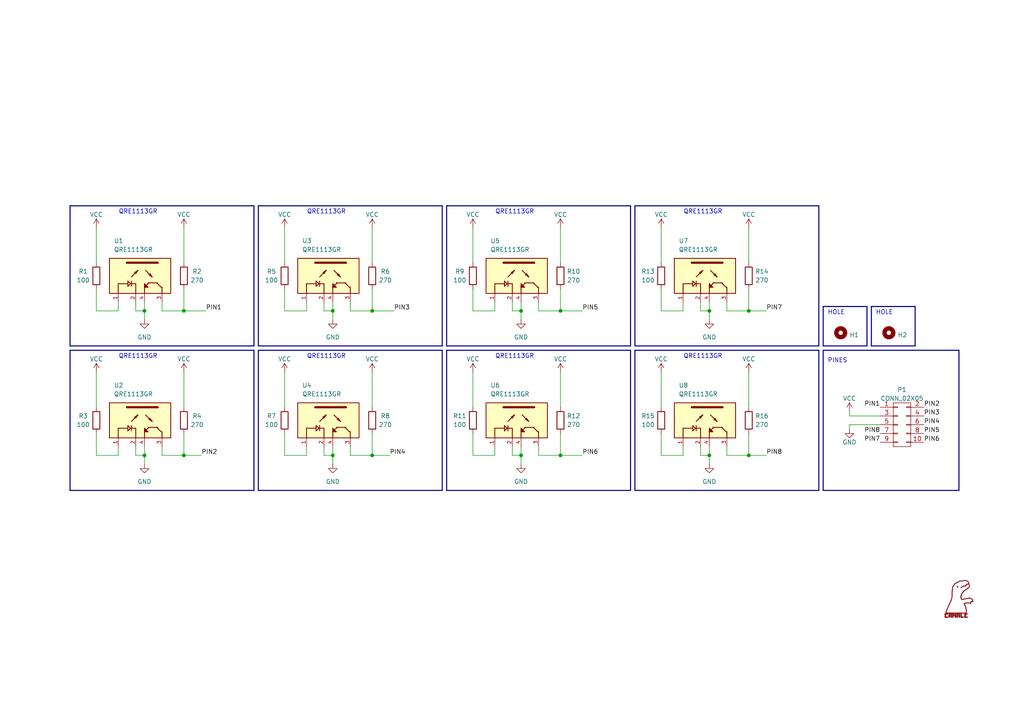
<source format=kicad_sch>
(kicad_sch (version 20230121) (generator eeschema)

  (uuid 18ada0ac-96eb-45a4-a61e-88720818c63e)

  (paper "A4")

  (title_block
    (date "2023-08-15")
  )

  (lib_symbols
    (symbol "Device:R" (pin_numbers hide) (pin_names (offset 0)) (in_bom yes) (on_board yes)
      (property "Reference" "R" (at 2.032 0 90)
        (effects (font (size 1.27 1.27)))
      )
      (property "Value" "R" (at 0 0 90)
        (effects (font (size 1.27 1.27)))
      )
      (property "Footprint" "" (at -1.778 0 90)
        (effects (font (size 1.27 1.27)) hide)
      )
      (property "Datasheet" "~" (at 0 0 0)
        (effects (font (size 1.27 1.27)) hide)
      )
      (property "ki_keywords" "R res resistor" (at 0 0 0)
        (effects (font (size 1.27 1.27)) hide)
      )
      (property "ki_description" "Resistor" (at 0 0 0)
        (effects (font (size 1.27 1.27)) hide)
      )
      (property "ki_fp_filters" "R_*" (at 0 0 0)
        (effects (font (size 1.27 1.27)) hide)
      )
      (symbol "R_0_1"
        (rectangle (start -1.016 -2.54) (end 1.016 2.54)
          (stroke (width 0.254) (type default))
          (fill (type none))
        )
      )
      (symbol "R_1_1"
        (pin passive line (at 0 3.81 270) (length 1.27)
          (name "~" (effects (font (size 1.27 1.27))))
          (number "1" (effects (font (size 1.27 1.27))))
        )
        (pin passive line (at 0 -3.81 90) (length 1.27)
          (name "~" (effects (font (size 1.27 1.27))))
          (number "2" (effects (font (size 1.27 1.27))))
        )
      )
    )
    (symbol "EESTN5:CONN_02X05" (pin_names (offset 0.0254) hide) (in_bom yes) (on_board yes)
      (property "Reference" "P" (at 0 7.62 0)
        (effects (font (size 1.27 1.27)))
      )
      (property "Value" "CONN_02X05" (at 0 -7.62 0)
        (effects (font (size 1.27 1.27)))
      )
      (property "Footprint" "" (at 0 -30.48 0)
        (effects (font (size 1.27 1.27)))
      )
      (property "Datasheet" "" (at 0 -30.48 0)
        (effects (font (size 1.27 1.27)))
      )
      (property "ki_keywords" "connector" (at 0 0 0)
        (effects (font (size 1.27 1.27)) hide)
      )
      (property "ki_description" "Connector, double row, 02x05" (at 0 0 0)
        (effects (font (size 1.27 1.27)) hide)
      )
      (property "ki_fp_filters" "Pin_Header_Straight_2X05 Pin_Header_Angled_2X05 Socket_Strip_Straight_2X05 Socket_Strip_Angled_2X05 Header*" (at 0 0 0)
        (effects (font (size 1.27 1.27)) hide)
      )
      (symbol "CONN_02X05_0_1"
        (rectangle (start -2.54 -4.953) (end -1.27 -5.207)
          (stroke (width 0) (type solid))
          (fill (type none))
        )
        (rectangle (start -2.54 -2.413) (end -1.27 -2.667)
          (stroke (width 0) (type solid))
          (fill (type none))
        )
        (rectangle (start -2.54 0.127) (end -1.27 -0.127)
          (stroke (width 0) (type solid))
          (fill (type none))
        )
        (rectangle (start -2.54 2.667) (end -1.27 2.413)
          (stroke (width 0) (type solid))
          (fill (type none))
        )
        (rectangle (start -2.54 5.207) (end -1.27 4.953)
          (stroke (width 0) (type solid))
          (fill (type none))
        )
        (rectangle (start -2.54 6.35) (end 2.54 -6.35)
          (stroke (width 0) (type solid))
          (fill (type none))
        )
        (rectangle (start 1.27 -4.953) (end 2.54 -5.207)
          (stroke (width 0) (type solid))
          (fill (type none))
        )
        (rectangle (start 1.27 -2.413) (end 2.54 -2.667)
          (stroke (width 0) (type solid))
          (fill (type none))
        )
        (rectangle (start 1.27 0.127) (end 2.54 -0.127)
          (stroke (width 0) (type solid))
          (fill (type none))
        )
        (rectangle (start 1.27 2.667) (end 2.54 2.413)
          (stroke (width 0) (type solid))
          (fill (type none))
        )
        (rectangle (start 1.27 5.207) (end 2.54 4.953)
          (stroke (width 0) (type solid))
          (fill (type none))
        )
      )
      (symbol "CONN_02X05_1_1"
        (pin passive line (at -6.35 5.08 0) (length 3.81)
          (name "P1" (effects (font (size 1.27 1.27))))
          (number "1" (effects (font (size 1.27 1.27))))
        )
        (pin passive line (at 6.35 -5.08 180) (length 3.81)
          (name "P10" (effects (font (size 1.27 1.27))))
          (number "10" (effects (font (size 1.27 1.27))))
        )
        (pin passive line (at 6.35 5.08 180) (length 3.81)
          (name "P2" (effects (font (size 1.27 1.27))))
          (number "2" (effects (font (size 1.27 1.27))))
        )
        (pin passive line (at -6.35 2.54 0) (length 3.81)
          (name "P3" (effects (font (size 1.27 1.27))))
          (number "3" (effects (font (size 1.27 1.27))))
        )
        (pin passive line (at 6.35 2.54 180) (length 3.81)
          (name "P4" (effects (font (size 1.27 1.27))))
          (number "4" (effects (font (size 1.27 1.27))))
        )
        (pin passive line (at -6.35 0 0) (length 3.81)
          (name "P5" (effects (font (size 1.27 1.27))))
          (number "5" (effects (font (size 1.27 1.27))))
        )
        (pin passive line (at 6.35 0 180) (length 3.81)
          (name "P6" (effects (font (size 1.27 1.27))))
          (number "6" (effects (font (size 1.27 1.27))))
        )
        (pin passive line (at -6.35 -2.54 0) (length 3.81)
          (name "P7" (effects (font (size 1.27 1.27))))
          (number "7" (effects (font (size 1.27 1.27))))
        )
        (pin passive line (at 6.35 -2.54 180) (length 3.81)
          (name "P8" (effects (font (size 1.27 1.27))))
          (number "8" (effects (font (size 1.27 1.27))))
        )
        (pin passive line (at -6.35 -5.08 0) (length 3.81)
          (name "P9" (effects (font (size 1.27 1.27))))
          (number "9" (effects (font (size 1.27 1.27))))
        )
      )
    )
    (symbol "EESTN5:Mounting_Hole" (pin_names (offset 1.016)) (in_bom yes) (on_board yes)
      (property "Reference" "H" (at 0 5.08 0)
        (effects (font (size 1.27 1.27)))
      )
      (property "Value" "Mounting_Hole" (at 0 3.175 0)
        (effects (font (size 1.27 1.27)) hide)
      )
      (property "Footprint" "" (at 0 0 0)
        (effects (font (size 1.524 1.524)) hide)
      )
      (property "Datasheet" "" (at 0 0 0)
        (effects (font (size 1.524 1.524)) hide)
      )
      (property "ki_keywords" "mounting hole" (at 0 0 0)
        (effects (font (size 1.27 1.27)) hide)
      )
      (property "ki_description" "Mounting Hole without connection" (at 0 0 0)
        (effects (font (size 1.27 1.27)) hide)
      )
      (property "ki_fp_filters" "hole* Logo* PAD* Separador* Cable*" (at 0 0 0)
        (effects (font (size 1.27 1.27)) hide)
      )
      (symbol "Mounting_Hole_0_1"
        (circle (center 0 0) (radius 1.27)
          (stroke (width 1.27) (type solid))
          (fill (type none))
        )
      )
    )
    (symbol "Logo 10.10:LOGO" (pin_names (offset 1.016)) (in_bom yes) (on_board yes)
      (property "Reference" "#G" (at 0 5.4937 0)
        (effects (font (size 1.27 1.27)) hide)
      )
      (property "Value" "LOGO" (at 0 -5.4937 0)
        (effects (font (size 1.27 1.27)) hide)
      )
      (property "Footprint" "" (at 0 0 0)
        (effects (font (size 1.27 1.27)) hide)
      )
      (property "Datasheet" "" (at 0 0 0)
        (effects (font (size 1.27 1.27)) hide)
      )
      (symbol "LOGO_0_0"
        (polyline
          (pts
            (xy -3.8134 -5.0051)
            (xy -3.8134 -4.8689)
            (xy -3.9496 -4.8689)
            (xy -4.0857 -4.8689)
            (xy -4.0857 -5.0051)
            (xy -4.0857 -5.1413)
            (xy -3.9496 -5.1413)
            (xy -3.8134 -5.1413)
            (xy -3.8134 -5.0051)
          )
          (stroke (width 0.01) (type default))
          (fill (type outline))
        )
        (polyline
          (pts
            (xy -3.8134 -4.6987)
            (xy -3.8134 -4.5625)
            (xy -3.9496 -4.5625)
            (xy -4.0857 -4.5625)
            (xy -4.0857 -4.6987)
            (xy -4.0857 -4.8349)
            (xy -3.9496 -4.8349)
            (xy -3.8134 -4.8349)
            (xy -3.8134 -4.6987)
          )
          (stroke (width 0.01) (type default))
          (fill (type outline))
        )
        (polyline
          (pts
            (xy -3.8134 -4.3923)
            (xy -3.8134 -4.2561)
            (xy -3.9496 -4.2561)
            (xy -4.0857 -4.2561)
            (xy -4.0857 -4.3923)
            (xy -4.0857 -4.5285)
            (xy -3.9496 -4.5285)
            (xy -3.8134 -4.5285)
            (xy -3.8134 -4.3923)
          )
          (stroke (width 0.01) (type default))
          (fill (type outline))
        )
        (polyline
          (pts
            (xy -3.8134 -4.0858)
            (xy -3.8134 -3.9496)
            (xy -3.9496 -3.9496)
            (xy -4.0857 -3.9496)
            (xy -4.0857 -4.0858)
            (xy -4.0857 -4.222)
            (xy -3.9496 -4.222)
            (xy -3.8134 -4.222)
            (xy -3.8134 -4.0858)
          )
          (stroke (width 0.01) (type default))
          (fill (type outline))
        )
        (polyline
          (pts
            (xy -3.5069 -5.0051)
            (xy -3.5069 -4.8689)
            (xy -3.6431 -4.8689)
            (xy -3.7793 -4.8689)
            (xy -3.7793 -5.0051)
            (xy -3.7793 -5.1413)
            (xy -3.6431 -5.1413)
            (xy -3.5069 -5.1413)
            (xy -3.5069 -5.0051)
          )
          (stroke (width 0.01) (type default))
          (fill (type outline))
        )
        (polyline
          (pts
            (xy -3.5069 -4.0858)
            (xy -3.5069 -3.9496)
            (xy -3.6431 -3.9496)
            (xy -3.7793 -3.9496)
            (xy -3.7793 -4.0858)
            (xy -3.7793 -4.222)
            (xy -3.6431 -4.222)
            (xy -3.5069 -4.222)
            (xy -3.5069 -4.0858)
          )
          (stroke (width 0.01) (type default))
          (fill (type outline))
        )
        (polyline
          (pts
            (xy -3.2005 -5.0051)
            (xy -3.2005 -4.8689)
            (xy -3.3367 -4.8689)
            (xy -3.4729 -4.8689)
            (xy -3.4729 -5.0051)
            (xy -3.4729 -5.1413)
            (xy -3.3367 -5.1413)
            (xy -3.2005 -5.1413)
            (xy -3.2005 -5.0051)
          )
          (stroke (width 0.01) (type default))
          (fill (type outline))
        )
        (polyline
          (pts
            (xy -3.2005 -4.0858)
            (xy -3.2005 -3.9496)
            (xy -3.3367 -3.9496)
            (xy -3.4729 -3.9496)
            (xy -3.4729 -4.0858)
            (xy -3.4729 -4.222)
            (xy -3.3367 -4.222)
            (xy -3.2005 -4.222)
            (xy -3.2005 -4.0858)
          )
          (stroke (width 0.01) (type default))
          (fill (type outline))
        )
        (polyline
          (pts
            (xy -2.7238 -5.0051)
            (xy -2.7238 -4.8689)
            (xy -2.86 -4.8689)
            (xy -2.9962 -4.8689)
            (xy -2.9962 -5.0051)
            (xy -2.9962 -5.1413)
            (xy -2.86 -5.1413)
            (xy -2.7238 -5.1413)
            (xy -2.7238 -5.0051)
          )
          (stroke (width 0.01) (type default))
          (fill (type outline))
        )
        (polyline
          (pts
            (xy -2.7238 -4.6987)
            (xy -2.7238 -4.5625)
            (xy -2.86 -4.5625)
            (xy -2.9962 -4.5625)
            (xy -2.9962 -4.6987)
            (xy -2.9962 -4.8349)
            (xy -2.86 -4.8349)
            (xy -2.7238 -4.8349)
            (xy -2.7238 -4.6987)
          )
          (stroke (width 0.01) (type default))
          (fill (type outline))
        )
        (polyline
          (pts
            (xy -2.7238 -4.3923)
            (xy -2.7238 -4.2561)
            (xy -2.86 -4.2561)
            (xy -2.9962 -4.2561)
            (xy -2.9962 -4.3923)
            (xy -2.9962 -4.5285)
            (xy -2.86 -4.5285)
            (xy -2.7238 -4.5285)
            (xy -2.7238 -4.3923)
          )
          (stroke (width 0.01) (type default))
          (fill (type outline))
        )
        (polyline
          (pts
            (xy -2.7238 -4.0858)
            (xy -2.7238 -3.9496)
            (xy -2.86 -3.9496)
            (xy -2.9962 -3.9496)
            (xy -2.9962 -4.0858)
            (xy -2.9962 -4.222)
            (xy -2.86 -4.222)
            (xy -2.7238 -4.222)
            (xy -2.7238 -4.0858)
          )
          (stroke (width 0.01) (type default))
          (fill (type outline))
        )
        (polyline
          (pts
            (xy -2.4174 -4.6646)
            (xy -2.4174 -4.5285)
            (xy -2.5536 -4.5285)
            (xy -2.6898 -4.5285)
            (xy -2.6898 -4.6646)
            (xy -2.6898 -4.8008)
            (xy -2.5536 -4.8008)
            (xy -2.4174 -4.8008)
            (xy -2.4174 -4.6646)
          )
          (stroke (width 0.01) (type default))
          (fill (type outline))
        )
        (polyline
          (pts
            (xy -2.4174 -4.0858)
            (xy -2.4174 -3.9496)
            (xy -2.5536 -3.9496)
            (xy -2.6898 -3.9496)
            (xy -2.6898 -4.0858)
            (xy -2.6898 -4.222)
            (xy -2.5536 -4.222)
            (xy -2.4174 -4.222)
            (xy -2.4174 -4.0858)
          )
          (stroke (width 0.01) (type default))
          (fill (type outline))
        )
        (polyline
          (pts
            (xy -2.1109 -5.0051)
            (xy -2.1109 -4.8689)
            (xy -2.2471 -4.8689)
            (xy -2.3833 -4.8689)
            (xy -2.3833 -5.0051)
            (xy -2.3833 -5.1413)
            (xy -2.2471 -5.1413)
            (xy -2.1109 -5.1413)
            (xy -2.1109 -5.0051)
          )
          (stroke (width 0.01) (type default))
          (fill (type outline))
        )
        (polyline
          (pts
            (xy -2.1109 -4.6987)
            (xy -2.1109 -4.5625)
            (xy -2.2471 -4.5625)
            (xy -2.3833 -4.5625)
            (xy -2.3833 -4.6987)
            (xy -2.3833 -4.8349)
            (xy -2.2471 -4.8349)
            (xy -2.1109 -4.8349)
            (xy -2.1109 -4.6987)
          )
          (stroke (width 0.01) (type default))
          (fill (type outline))
        )
        (polyline
          (pts
            (xy -2.1109 -4.3923)
            (xy -2.1109 -4.2561)
            (xy -2.2471 -4.2561)
            (xy -2.3833 -4.2561)
            (xy -2.3833 -4.3923)
            (xy -2.3833 -4.5285)
            (xy -2.2471 -4.5285)
            (xy -2.1109 -4.5285)
            (xy -2.1109 -4.3923)
          )
          (stroke (width 0.01) (type default))
          (fill (type outline))
        )
        (polyline
          (pts
            (xy -2.1109 -4.0858)
            (xy -2.1109 -3.9496)
            (xy -2.2471 -3.9496)
            (xy -2.3833 -3.9496)
            (xy -2.3833 -4.0858)
            (xy -2.3833 -4.222)
            (xy -2.2471 -4.222)
            (xy -2.1109 -4.222)
            (xy -2.1109 -4.0858)
          )
          (stroke (width 0.01) (type default))
          (fill (type outline))
        )
        (polyline
          (pts
            (xy -1.6343 -5.0051)
            (xy -1.6343 -4.8689)
            (xy -1.7705 -4.8689)
            (xy -1.9067 -4.8689)
            (xy -1.9067 -5.0051)
            (xy -1.9067 -5.1413)
            (xy -1.7705 -5.1413)
            (xy -1.6343 -5.1413)
            (xy -1.6343 -5.0051)
          )
          (stroke (width 0.01) (type default))
          (fill (type outline))
        )
        (polyline
          (pts
            (xy -1.6343 -4.6987)
            (xy -1.6343 -4.5625)
            (xy -1.7705 -4.5625)
            (xy -1.9067 -4.5625)
            (xy -1.9067 -4.6987)
            (xy -1.9067 -4.8349)
            (xy -1.7705 -4.8349)
            (xy -1.6343 -4.8349)
            (xy -1.6343 -4.6987)
          )
          (stroke (width 0.01) (type default))
          (fill (type outline))
        )
        (polyline
          (pts
            (xy -1.6343 -4.3923)
            (xy -1.6343 -4.2561)
            (xy -1.7705 -4.2561)
            (xy -1.9067 -4.2561)
            (xy -1.9067 -4.3923)
            (xy -1.9067 -4.5285)
            (xy -1.7705 -4.5285)
            (xy -1.6343 -4.5285)
            (xy -1.6343 -4.3923)
          )
          (stroke (width 0.01) (type default))
          (fill (type outline))
        )
        (polyline
          (pts
            (xy -1.6343 -4.0858)
            (xy -1.6343 -3.9496)
            (xy -1.7705 -3.9496)
            (xy -1.9067 -3.9496)
            (xy -1.9067 -4.0858)
            (xy -1.9067 -4.222)
            (xy -1.7705 -4.222)
            (xy -1.6343 -4.222)
            (xy -1.6343 -4.0858)
          )
          (stroke (width 0.01) (type default))
          (fill (type outline))
        )
        (polyline
          (pts
            (xy -1.3278 -4.0858)
            (xy -1.3278 -3.9496)
            (xy -1.464 -3.9496)
            (xy -1.6002 -3.9496)
            (xy -1.6002 -4.0858)
            (xy -1.6002 -4.222)
            (xy -1.464 -4.222)
            (xy -1.3278 -4.222)
            (xy -1.3278 -4.0858)
          )
          (stroke (width 0.01) (type default))
          (fill (type outline))
        )
        (polyline
          (pts
            (xy -1.2257 -4.3923)
            (xy -1.2257 -4.2561)
            (xy -1.3619 -4.2561)
            (xy -1.4981 -4.2561)
            (xy -1.4981 -4.3923)
            (xy -1.4981 -4.5285)
            (xy -1.3619 -4.5285)
            (xy -1.2257 -4.5285)
            (xy -1.2257 -4.3923)
          )
          (stroke (width 0.01) (type default))
          (fill (type outline))
        )
        (polyline
          (pts
            (xy -1.0895 -4.6987)
            (xy -1.0895 -4.5625)
            (xy -1.2257 -4.5625)
            (xy -1.3619 -4.5625)
            (xy -1.3619 -4.6987)
            (xy -1.3619 -4.8349)
            (xy -1.2257 -4.8349)
            (xy -1.0895 -4.8349)
            (xy -1.0895 -4.6987)
          )
          (stroke (width 0.01) (type default))
          (fill (type outline))
        )
        (polyline
          (pts
            (xy -0.7831 -5.0051)
            (xy -0.7831 -4.8689)
            (xy -0.9193 -4.8689)
            (xy -1.0555 -4.8689)
            (xy -1.0555 -5.0051)
            (xy -1.0555 -5.1413)
            (xy -0.9193 -5.1413)
            (xy -0.7831 -5.1413)
            (xy -0.7831 -5.0051)
          )
          (stroke (width 0.01) (type default))
          (fill (type outline))
        )
        (polyline
          (pts
            (xy -0.7831 -4.6987)
            (xy -0.7831 -4.5625)
            (xy -0.9193 -4.5625)
            (xy -1.0555 -4.5625)
            (xy -1.0555 -4.6987)
            (xy -1.0555 -4.8349)
            (xy -0.9193 -4.8349)
            (xy -0.7831 -4.8349)
            (xy -0.7831 -4.6987)
          )
          (stroke (width 0.01) (type default))
          (fill (type outline))
        )
        (polyline
          (pts
            (xy -0.7831 -4.3923)
            (xy -0.7831 -4.2561)
            (xy -0.9193 -4.2561)
            (xy -1.0555 -4.2561)
            (xy -1.0555 -4.3923)
            (xy -1.0555 -4.5285)
            (xy -0.9193 -4.5285)
            (xy -0.7831 -4.5285)
            (xy -0.7831 -4.3923)
          )
          (stroke (width 0.01) (type default))
          (fill (type outline))
        )
        (polyline
          (pts
            (xy -0.7831 -4.0858)
            (xy -0.7831 -3.9496)
            (xy -0.9193 -3.9496)
            (xy -1.0555 -3.9496)
            (xy -1.0555 -4.0858)
            (xy -1.0555 -4.222)
            (xy -0.9193 -4.222)
            (xy -0.7831 -4.222)
            (xy -0.7831 -4.0858)
          )
          (stroke (width 0.01) (type default))
          (fill (type outline))
        )
        (polyline
          (pts
            (xy -0.3064 -5.0051)
            (xy -0.3064 -4.8689)
            (xy -0.4426 -4.8689)
            (xy -0.5788 -4.8689)
            (xy -0.5788 -5.0051)
            (xy -0.5788 -5.1413)
            (xy -0.4426 -5.1413)
            (xy -0.3064 -5.1413)
            (xy -0.3064 -5.0051)
          )
          (stroke (width 0.01) (type default))
          (fill (type outline))
        )
        (polyline
          (pts
            (xy -0.3064 -4.6987)
            (xy -0.3064 -4.5625)
            (xy -0.4426 -4.5625)
            (xy -0.5788 -4.5625)
            (xy -0.5788 -4.6987)
            (xy -0.5788 -4.8349)
            (xy -0.4426 -4.8349)
            (xy -0.3064 -4.8349)
            (xy -0.3064 -4.6987)
          )
          (stroke (width 0.01) (type default))
          (fill (type outline))
        )
        (polyline
          (pts
            (xy -0.3064 -4.3923)
            (xy -0.3064 -4.2561)
            (xy -0.4426 -4.2561)
            (xy -0.5788 -4.2561)
            (xy -0.5788 -4.3923)
            (xy -0.5788 -4.5285)
            (xy -0.4426 -4.5285)
            (xy -0.3064 -4.5285)
            (xy -0.3064 -4.3923)
          )
          (stroke (width 0.01) (type default))
          (fill (type outline))
        )
        (polyline
          (pts
            (xy -0.3064 -4.0858)
            (xy -0.3064 -3.9496)
            (xy -0.4426 -3.9496)
            (xy -0.5788 -3.9496)
            (xy -0.5788 -4.0858)
            (xy -0.5788 -4.222)
            (xy -0.4426 -4.222)
            (xy -0.3064 -4.222)
            (xy -0.3064 -4.0858)
          )
          (stroke (width 0.01) (type default))
          (fill (type outline))
        )
        (polyline
          (pts
            (xy 0 -4.6646)
            (xy 0 -4.5285)
            (xy -0.1361 -4.5285)
            (xy -0.2723 -4.5285)
            (xy -0.2723 -4.6646)
            (xy -0.2723 -4.8008)
            (xy -0.1361 -4.8008)
            (xy 0 -4.8008)
            (xy 0 -4.6646)
          )
          (stroke (width 0.01) (type default))
          (fill (type outline))
        )
        (polyline
          (pts
            (xy 0 -4.0858)
            (xy 0 -3.9496)
            (xy -0.1361 -3.9496)
            (xy -0.2723 -3.9496)
            (xy -0.2723 -4.0858)
            (xy -0.2723 -4.222)
            (xy -0.1361 -4.222)
            (xy 0 -4.222)
            (xy 0 -4.0858)
          )
          (stroke (width 0.01) (type default))
          (fill (type outline))
        )
        (polyline
          (pts
            (xy 0.3065 -5.0051)
            (xy 0.3065 -4.8689)
            (xy 0.1703 -4.8689)
            (xy 0.0341 -4.8689)
            (xy 0.0341 -5.0051)
            (xy 0.0341 -5.1413)
            (xy 0.1703 -5.1413)
            (xy 0.3065 -5.1413)
            (xy 0.3065 -5.0051)
          )
          (stroke (width 0.01) (type default))
          (fill (type outline))
        )
        (polyline
          (pts
            (xy 0.3065 -4.6987)
            (xy 0.3065 -4.5625)
            (xy 0.1703 -4.5625)
            (xy 0.0341 -4.5625)
            (xy 0.0341 -4.6987)
            (xy 0.0341 -4.8349)
            (xy 0.1703 -4.8349)
            (xy 0.3065 -4.8349)
            (xy 0.3065 -4.6987)
          )
          (stroke (width 0.01) (type default))
          (fill (type outline))
        )
        (polyline
          (pts
            (xy 0.3065 -4.3923)
            (xy 0.3065 -4.2561)
            (xy 0.1703 -4.2561)
            (xy 0.0341 -4.2561)
            (xy 0.0341 -4.3923)
            (xy 0.0341 -4.5285)
            (xy 0.1703 -4.5285)
            (xy 0.3065 -4.5285)
            (xy 0.3065 -4.3923)
          )
          (stroke (width 0.01) (type default))
          (fill (type outline))
        )
        (polyline
          (pts
            (xy 0.3065 -4.0858)
            (xy 0.3065 -3.9496)
            (xy 0.1703 -3.9496)
            (xy 0.0341 -3.9496)
            (xy 0.0341 -4.0858)
            (xy 0.0341 -4.222)
            (xy 0.1703 -4.222)
            (xy 0.3065 -4.222)
            (xy 0.3065 -4.0858)
          )
          (stroke (width 0.01) (type default))
          (fill (type outline))
        )
        (polyline
          (pts
            (xy 0.7832 -5.0051)
            (xy 0.7832 -4.8689)
            (xy 0.647 -4.8689)
            (xy 0.5108 -4.8689)
            (xy 0.5108 -5.0051)
            (xy 0.5108 -5.1413)
            (xy 0.647 -5.1413)
            (xy 0.7832 -5.1413)
            (xy 0.7832 -5.0051)
          )
          (stroke (width 0.01) (type default))
          (fill (type outline))
        )
        (polyline
          (pts
            (xy 0.7832 -4.6987)
            (xy 0.7832 -4.5625)
            (xy 0.647 -4.5625)
            (xy 0.5108 -4.5625)
            (xy 0.5108 -4.6987)
            (xy 0.5108 -4.8349)
            (xy 0.647 -4.8349)
            (xy 0.7832 -4.8349)
            (xy 0.7832 -4.6987)
          )
          (stroke (width 0.01) (type default))
          (fill (type outline))
        )
        (polyline
          (pts
            (xy 0.7832 -4.3923)
            (xy 0.7832 -4.2561)
            (xy 0.647 -4.2561)
            (xy 0.5108 -4.2561)
            (xy 0.5108 -4.3923)
            (xy 0.5108 -4.5285)
            (xy 0.647 -4.5285)
            (xy 0.7832 -4.5285)
            (xy 0.7832 -4.3923)
          )
          (stroke (width 0.01) (type default))
          (fill (type outline))
        )
        (polyline
          (pts
            (xy 0.7832 -4.0858)
            (xy 0.7832 -3.9496)
            (xy 0.647 -3.9496)
            (xy 0.5108 -3.9496)
            (xy 0.5108 -4.0858)
            (xy 0.5108 -4.222)
            (xy 0.647 -4.222)
            (xy 0.7832 -4.222)
            (xy 0.7832 -4.0858)
          )
          (stroke (width 0.01) (type default))
          (fill (type outline))
        )
        (polyline
          (pts
            (xy 1.0896 -5.0051)
            (xy 1.0896 -4.8689)
            (xy 0.9534 -4.8689)
            (xy 0.8172 -4.8689)
            (xy 0.8172 -5.0051)
            (xy 0.8172 -5.1413)
            (xy 0.9534 -5.1413)
            (xy 1.0896 -5.1413)
            (xy 1.0896 -5.0051)
          )
          (stroke (width 0.01) (type default))
          (fill (type outline))
        )
        (polyline
          (pts
            (xy 1.396 -5.0051)
            (xy 1.396 -4.8689)
            (xy 1.2598 -4.8689)
            (xy 1.1236 -4.8689)
            (xy 1.1236 -5.0051)
            (xy 1.1236 -5.1413)
            (xy 1.2598 -5.1413)
            (xy 1.396 -5.1413)
            (xy 1.396 -5.0051)
          )
          (stroke (width 0.01) (type default))
          (fill (type outline))
        )
        (polyline
          (pts
            (xy 1.8727 -5.0051)
            (xy 1.8727 -4.8689)
            (xy 1.7365 -4.8689)
            (xy 1.6003 -4.8689)
            (xy 1.6003 -5.0051)
            (xy 1.6003 -5.1413)
            (xy 1.7365 -5.1413)
            (xy 1.8727 -5.1413)
            (xy 1.8727 -5.0051)
          )
          (stroke (width 0.01) (type default))
          (fill (type outline))
        )
        (polyline
          (pts
            (xy 1.8727 -4.6987)
            (xy 1.8727 -4.5625)
            (xy 1.7365 -4.5625)
            (xy 1.6003 -4.5625)
            (xy 1.6003 -4.6987)
            (xy 1.6003 -4.8349)
            (xy 1.7365 -4.8349)
            (xy 1.8727 -4.8349)
            (xy 1.8727 -4.6987)
          )
          (stroke (width 0.01) (type default))
          (fill (type outline))
        )
        (polyline
          (pts
            (xy 1.8727 -4.3923)
            (xy 1.8727 -4.2561)
            (xy 1.7365 -4.2561)
            (xy 1.6003 -4.2561)
            (xy 1.6003 -4.3923)
            (xy 1.6003 -4.5285)
            (xy 1.7365 -4.5285)
            (xy 1.8727 -4.5285)
            (xy 1.8727 -4.3923)
          )
          (stroke (width 0.01) (type default))
          (fill (type outline))
        )
        (polyline
          (pts
            (xy 1.8727 -4.0858)
            (xy 1.8727 -3.9496)
            (xy 1.7365 -3.9496)
            (xy 1.6003 -3.9496)
            (xy 1.6003 -4.0858)
            (xy 1.6003 -4.222)
            (xy 1.7365 -4.222)
            (xy 1.8727 -4.222)
            (xy 1.8727 -4.0858)
          )
          (stroke (width 0.01) (type default))
          (fill (type outline))
        )
        (polyline
          (pts
            (xy 2.1791 -5.0051)
            (xy 2.1791 -4.8689)
            (xy 2.0429 -4.8689)
            (xy 1.9067 -4.8689)
            (xy 1.9067 -5.0051)
            (xy 1.9067 -5.1413)
            (xy 2.0429 -5.1413)
            (xy 2.1791 -5.1413)
            (xy 2.1791 -5.0051)
          )
          (stroke (width 0.01) (type default))
          (fill (type outline))
        )
        (polyline
          (pts
            (xy 2.1791 -4.0858)
            (xy 2.1791 -3.9496)
            (xy 2.0429 -3.9496)
            (xy 1.9067 -3.9496)
            (xy 1.9067 -4.0858)
            (xy 1.9067 -4.222)
            (xy 2.0429 -4.222)
            (xy 2.1791 -4.222)
            (xy 2.1791 -4.0858)
          )
          (stroke (width 0.01) (type default))
          (fill (type outline))
        )
        (polyline
          (pts
            (xy 2.4856 -5.0051)
            (xy 2.4856 -4.8689)
            (xy 2.3494 -4.8689)
            (xy 2.2132 -4.8689)
            (xy 2.2132 -5.0051)
            (xy 2.2132 -5.1413)
            (xy 2.3494 -5.1413)
            (xy 2.4856 -5.1413)
            (xy 2.4856 -5.0051)
          )
          (stroke (width 0.01) (type default))
          (fill (type outline))
        )
        (polyline
          (pts
            (xy 2.4856 -4.0858)
            (xy 2.4856 -3.9496)
            (xy 2.3494 -3.9496)
            (xy 2.2132 -3.9496)
            (xy 2.2132 -4.0858)
            (xy 2.2132 -4.222)
            (xy 2.3494 -4.222)
            (xy 2.4856 -4.222)
            (xy 2.4856 -4.0858)
          )
          (stroke (width 0.01) (type default))
          (fill (type outline))
        )
        (polyline
          (pts
            (xy -0.3006 3.6995)
            (xy -0.2557 3.7595)
            (xy -0.2438 3.8581)
            (xy -0.2946 3.9554)
            (xy -0.3423 3.9962)
            (xy -0.4265 4.0126)
            (xy -0.5165 3.9613)
            (xy -0.5614 3.9013)
            (xy -0.5733 3.8027)
            (xy -0.5224 3.7054)
            (xy -0.4747 3.6646)
            (xy -0.3906 3.6482)
            (xy -0.3006 3.6995)
          )
          (stroke (width 0.01) (type default))
          (fill (type outline))
        )
        (polyline
          (pts
            (xy 2.1101 -4.6581)
            (xy 2.1398 -4.6253)
            (xy 2.1451 -4.5455)
            (xy 2.1451 -4.5364)
            (xy 2.1385 -4.4613)
            (xy 2.1058 -4.4316)
            (xy 2.0259 -4.4263)
            (xy 2.0168 -4.4263)
            (xy 1.9418 -4.4329)
            (xy 1.912 -4.4656)
            (xy 1.9067 -4.5455)
            (xy 1.9068 -4.5545)
            (xy 1.9133 -4.6296)
            (xy 1.946 -4.6594)
            (xy 2.0259 -4.6646)
            (xy 2.035 -4.6646)
            (xy 2.1101 -4.6581)
          )
          (stroke (width 0.01) (type default))
          (fill (type outline))
        )
        (polyline
          (pts
            (xy -0.4562 -3.9154)
            (xy -0.028 -3.9146)
            (xy 0.3763 -3.9133)
            (xy 0.7516 -3.9115)
            (xy 1.093 -3.9093)
            (xy 1.3958 -3.9067)
            (xy 1.6549 -3.9038)
            (xy 1.8655 -3.9006)
            (xy 2.0226 -3.8971)
            (xy 2.1215 -3.8934)
            (xy 2.1572 -3.8895)
            (xy 2.159 -3.8846)
            (xy 2.1687 -3.8272)
            (xy 2.1818 -3.7187)
            (xy 2.1967 -3.5723)
            (xy 2.2121 -3.4012)
            (xy 2.2508 -2.9389)
            (xy 2.1278 -2.4484)
            (xy 2.0931 -2.3139)
            (xy 2.0337 -2.1082)
            (xy 1.9715 -1.9326)
            (xy 1.8976 -1.7633)
            (xy 1.8032 -1.5763)
            (xy 1.7926 -1.556)
            (xy 1.7205 -1.4135)
            (xy 1.6655 -1.2953)
            (xy 1.6328 -1.2132)
            (xy 1.6276 -1.1789)
            (xy 1.6347 -1.1752)
            (xy 1.693 -1.1496)
            (xy 1.7927 -1.1083)
            (xy 1.9172 -1.0582)
            (xy 2.0021 -1.0269)
            (xy 2.2385 -0.9683)
            (xy 2.4858 -0.9511)
            (xy 2.7587 -0.9752)
            (xy 3.0715 -1.0403)
            (xy 3.1759 -1.0654)
            (xy 3.3096 -1.0933)
            (xy 3.4099 -1.1089)
            (xy 3.4607 -1.1095)
            (xy 3.4927 -1.0699)
            (xy 3.507 -0.9933)
            (xy 3.5076 -0.9674)
            (xy 3.515 -0.8584)
            (xy 3.5284 -0.7386)
            (xy 3.5397 -0.6657)
            (xy 3.5581 -0.6154)
            (xy 3.5955 -0.5825)
            (xy 3.6641 -0.5608)
            (xy 3.7761 -0.544)
            (xy 3.9436 -0.5259)
            (xy 4.0422 -0.5116)
            (xy 4.1341 -0.4873)
            (xy 4.1754 -0.4605)
            (xy 4.1706 -0.4223)
            (xy 4.1417 -0.3337)
            (xy 4.0928 -0.2104)
            (xy 4.0291 -0.0668)
            (xy 3.8664 0.2839)
            (xy 3.5119 0.4498)
            (xy 3.1574 0.6158)
            (xy 2.5746 0.5287)
            (xy 2.5583 0.5262)
            (xy 2.3346 0.4897)
            (xy 2.1028 0.447)
            (xy 1.8734 0.4007)
            (xy 1.6575 0.3533)
            (xy 1.4656 0.3072)
            (xy 1.3086 0.2649)
            (xy 1.1973 0.2287)
            (xy 1.1424 0.2013)
            (xy 1.1387 0.1983)
            (xy 1.079 0.1786)
            (xy 0.9891 0.1709)
            (xy 0.9751 0.1711)
            (xy 0.9129 0.1778)
            (xy 0.8686 0.2048)
            (xy 0.8275 0.2661)
            (xy 0.7746 0.3759)
            (xy 0.7461 0.4399)
            (xy 0.7111 0.5317)
            (xy 0.6918 0.618)
            (xy 0.688 0.7132)
            (xy 0.6995 0.8317)
            (xy 0.7263 0.9878)
            (xy 0.7682 1.196)
            (xy 0.8011 1.351)
            (xy 0.835 1.4891)
            (xy 0.8716 1.5982)
            (xy 0.9196 1.6987)
            (xy 0.9872 1.8111)
            (xy 1.0832 1.9559)
            (xy 1.1716 2.0857)
            (xy 1.2571 2.2077)
            (xy 1.3241 2.2998)
            (xy 1.3632 2.3486)
            (xy 1.3757 2.3622)
            (xy 1.4366 2.4338)
            (xy 1.5058 2.5212)
            (xy 1.5295 2.5493)
            (xy 1.5995 2.6144)
            (xy 1.7028 2.6914)
            (xy 1.8463 2.7849)
            (xy 2.0368 2.8996)
            (xy 2.2813 3.0401)
            (xy 2.3358 3.0728)
            (xy 2.4916 3.1819)
            (xy 2.6534 3.3134)
            (xy 2.805 3.4527)
            (xy 2.9303 3.5856)
            (xy 3.0135 3.6976)
            (xy 3.053 3.768)
            (xy 3.082 3.8379)
            (xy 3.0953 3.9132)
            (xy 3.0962 4.0148)
            (xy 3.088 4.1635)
            (xy 3.0849 4.2061)
            (xy 3.067 4.368)
            (xy 3.0424 4.5172)
            (xy 3.0155 4.6261)
            (xy 3.0116 4.6377)
            (xy 2.9723 4.7545)
            (xy 2.9221 4.9026)
            (xy 2.871 5.0531)
            (xy 2.7793 5.3224)
            (xy 2.3581 5.5224)
            (xy 1.9369 5.7223)
            (xy 1.0296 5.6163)
            (xy 0.1224 5.5102)
            (xy -0.5772 5.1056)
            (xy -1.2768 4.701)
            (xy -1.6064 4.1947)
            (xy -1.9361 3.6884)
            (xy -2.0094 2.789)
            (xy -2.0359 2.4406)
            (xy -2.0543 2.141)
            (xy -2.0642 1.8903)
            (xy -2.0659 1.6792)
            (xy -2.0597 1.4981)
            (xy -2.0524 1.3599)
            (xy -2.0496 1.2414)
            (xy -2.0536 1.1345)
            (xy -2.0662 1.0235)
            (xy -2.0892 0.8929)
            (xy -2.1243 0.7271)
            (xy -2.1733 0.5107)
            (xy -2.1812 0.4759)
            (xy -2.2241 0.2927)
            (xy -2.2624 0.1417)
            (xy -2.301 0.0096)
            (xy -2.345 -0.1169)
            (xy -2.3992 -0.2513)
            (xy -2.4686 -0.4067)
            (xy -2.5583 -0.5966)
            (xy -2.673 -0.8342)
            (xy -2.7883 -1.0728)
            (xy -3.0021 -1.5204)
            (xy -3.1864 -1.9148)
            (xy -3.3432 -2.2604)
            (xy -3.4743 -2.5616)
            (xy -3.5817 -2.8228)
            (xy -3.6674 -3.0486)
            (xy -3.7332 -3.2434)
            (xy -3.781 -3.4117)
            (xy -3.7835 -3.4216)
            (xy -3.8215 -3.5819)
            (xy -3.8499 -3.7196)
            (xy -3.8509 -3.726)
            (xy -3.6772 -3.726)
            (xy -3.6735 -3.7061)
            (xy -3.6563 -3.6311)
            (xy -3.6282 -3.5151)
            (xy -3.5927 -3.3732)
            (xy -3.5806 -3.3287)
            (xy -3.518 -3.1377)
            (xy -3.4231 -2.8893)
            (xy -3.2967 -2.5851)
            (xy -3.1394 -2.2267)
            (xy -2.952 -1.8159)
            (xy -2.7351 -1.354)
            (xy -2.4896 -0.8429)
            (xy -2.3949 -0.6471)
            (xy -2.3043 -0.4555)
            (xy -2.2343 -0.2986)
            (xy -2.1795 -0.162)
            (xy -2.1347 -0.0315)
            (xy -2.0946 0.1075)
            (xy -2.0539 0.2691)
            (xy -2.0074 0.4679)
            (xy -1.9971 0.5127)
            (xy -1.9503 0.7188)
            (xy -1.9169 0.8775)
            (xy -1.8952 1.0046)
            (xy -1.8834 1.116)
            (xy -1.8797 1.2277)
            (xy -1.8823 1.3554)
            (xy -1.8895 1.5151)
            (xy -1.8939 1.638)
            (xy -1.8948 1.8664)
            (xy -1.8866 2.1257)
            (xy -1.869 2.4281)
            (xy -1.8414 2.7856)
            (xy -1.8271 2.9513)
            (xy -1.8071 3.1687)
            (xy -1.7884 3.3575)
            (xy -1.7719 3.5078)
            (xy -1.7588 3.6099)
            (xy -1.75 3.6539)
            (xy -1.7402 3.6702)
            (xy -1.6971 3.7381)
            (xy -1.6275 3.8462)
            (xy -1.5382 3.9835)
            (xy -1.4364 4.1393)
            (xy -1.1446 4.5845)
            (xy -0.4843 4.9652)
            (xy 0.1761 5.3459)
            (xy 1.0329 5.4473)
            (xy 1.8897 5.5487)
            (xy 2.266 5.3747)
            (xy 2.6423 5.2008)
            (xy 2.7317 4.952)
            (xy 2.8212 4.7032)
            (xy 2.6449 4.6664)
            (xy 2.5256 4.6417)
            (xy 2.3614 4.6071)
            (xy 2.2446 4.5784)
            (xy 2.1631 4.5492)
            (xy 2.105 4.5131)
            (xy 2.0581 4.4638)
            (xy 2.0104 4.3951)
            (xy 1.95 4.3004)
            (xy 1.7876 4.049)
            (xy 1.5072 4.0713)
            (xy 1.2269 4.0937)
            (xy 0.8518 3.8138)
            (xy 0.8121 3.7838)
            (xy 0.6804 3.6805)
            (xy 0.574 3.5904)
            (xy 0.5027 3.5224)
            (xy 0.4767 3.4853)
            (xy 0.4769 3.4776)
            (xy 0.4944 3.4301)
            (xy 0.5439 3.4227)
            (xy 0.6296 3.4571)
            (xy 0.756 3.535)
            (xy 0.9275 3.658)
            (xy 1.276 3.9184)
            (xy 1.5863 3.8957)
            (xy 1.8967 3.8729)
            (xy 2.0809 4.141)
            (xy 2.2651 4.4092)
            (xy 2.5651 4.472)
            (xy 2.6308 4.4853)
            (xy 2.7538 4.5078)
            (xy 2.8419 4.5203)
            (xy 2.8794 4.5205)
            (xy 2.8849 4.5114)
            (xy 2.9041 4.4471)
            (xy 2.9246 4.3425)
            (xy 2.9434 4.2185)
            (xy 2.957 4.0955)
            (xy 2.9622 3.9943)
            (xy 2.9622 3.9796)
            (xy 2.9574 3.9119)
            (xy 2.9389 3.8537)
            (xy 2.8977 3.7907)
            (xy 2.8251 3.7089)
            (xy 2.7122 3.594)
            (xy 2.6146 3.501)
            (xy 2.487 3.3937)
            (xy 2.3389 3.2856)
            (xy 2.1567 3.1669)
            (xy 1.927 3.0278)
            (xy 1.7689 2.9325)
            (xy 1.6127 2.8338)
            (xy 1.4851 2.7486)
            (xy 1.3963 2.6836)
            (xy 1.3565 2.6456)
            (xy 1.3558 2.6443)
            (xy 1.3076 2.5716)
            (xy 1.2421 2.4899)
            (xy 1.1684 2.4004)
            (xy 1.0481 2.2379)
            (xy 0.9161 2.0447)
            (xy 0.7846 1.8379)
            (xy 0.7428 1.7663)
            (xy 0.6876 1.6531)
            (xy 0.6401 1.5244)
            (xy 0.5941 1.3629)
            (xy 0.5436 1.1514)
            (xy 0.4387 0.6869)
            (xy 0.5472 0.4719)
            (xy 0.6027 0.3553)
            (xy 0.6589 0.223)
            (xy 0.6958 0.1199)
            (xy 0.7118 0.0706)
            (xy 0.7359 0.0263)
            (xy 0.7732 -0.0006)
            (xy 0.8325 -0.01)
            (xy 0.9225 -0.0017)
            (xy 1.052 0.0242)
            (xy 1.2296 0.068)
            (xy 1.4641 0.1298)
            (xy 1.5097 0.1418)
            (xy 1.7556 0.2007)
            (xy 2.0319 0.2602)
            (xy 2.3081 0.3138)
            (xy 2.5537 0.3552)
            (xy 3.1155 0.44)
            (xy 3.4289 0.2979)
            (xy 3.7424 0.1558)
            (xy 3.851 -0.0931)
            (xy 3.8656 -0.1271)
            (xy 3.911 -0.2386)
            (xy 3.9397 -0.3192)
            (xy 3.9461 -0.3532)
            (xy 3.9416 -0.3551)
            (xy 3.8881 -0.3653)
            (xy 3.7886 -0.3795)
            (xy 3.6602 -0.395)
            (xy 3.3878 -0.4256)
            (xy 3.3648 -0.6586)
            (xy 3.3645 -0.6615)
            (xy 3.3509 -0.7797)
            (xy 3.3371 -0.8679)
            (xy 3.3262 -0.9072)
            (xy 3.3201 -0.9088)
            (xy 3.2642 -0.9029)
            (xy 3.1644 -0.8833)
            (xy 3.0371 -0.853)
            (xy 2.7918 -0.8059)
            (xy 2.4561 -0.7831)
            (xy 2.4346 -0.7832)
            (xy 2.2972 -0.7861)
            (xy 2.1856 -0.7972)
            (xy 2.0779 -0.8211)
            (xy 1.9519 -0.8626)
            (xy 1.7855 -0.9265)
            (xy 1.6536 -0.9811)
            (xy 1.5296 -1.0378)
            (xy 1.4426 -1.084)
            (xy 1.4059 -1.113)
            (xy 1.4055 -1.1212)
            (xy 1.424 -1.1819)
            (xy 1.4682 -1.2862)
            (xy 1.5328 -1.4222)
            (xy 1.6123 -1.5776)
            (xy 1.693 -1.7339)
            (xy 1.775 -1.9092)
            (xy 1.8402 -2.0763)
            (xy 1.898 -2.2603)
            (xy 1.958 -2.4863)
            (xy 1.9792 -2.5722)
            (xy 2.0302 -2.8076)
            (xy 2.0588 -3.009)
            (xy 2.0663 -3.199)
            (xy 2.0539 -3.4)
            (xy 2.0228 -3.6347)
            (xy 2.0058 -3.7453)
            (xy -0.8357 -3.7453)
            (xy -1.104 -3.7453)
            (xy -1.5255 -3.7448)
            (xy -1.9239 -3.7439)
            (xy -2.2941 -3.7426)
            (xy -2.6311 -3.741)
            (xy -2.9299 -3.739)
            (xy -3.1856 -3.7368)
            (xy -3.3932 -3.7344)
            (xy -3.5476 -3.7317)
            (xy -3.644 -3.7289)
            (xy -3.6772 -3.726)
            (xy -3.8509 -3.726)
            (xy -3.8661 -3.8202)
            (xy -3.8673 -3.8694)
            (xy -3.8662 -3.8712)
            (xy -3.8497 -3.8792)
            (xy -3.8116 -3.8862)
            (xy -3.7478 -3.8923)
            (xy -3.6547 -3.8975)
            (xy -3.5283 -3.9019)
            (xy -3.3647 -3.9056)
            (xy -3.1601 -3.9086)
            (xy -2.9105 -3.911)
            (xy -2.6123 -3.9128)
            (xy -2.2614 -3.9141)
            (xy -1.854 -3.915)
            (xy -1.3862 -3.9154)
            (xy -0.8542 -3.9156)
            (xy -0.4562 -3.9154)
          )
          (stroke (width 0.01) (type default))
          (fill (type outline))
        )
      )
    )
    (symbol "QRE1113GR:QRE1113GR" (pin_names (offset 1.016)) (in_bom yes) (on_board yes)
      (property "Reference" "U" (at -5.08 10.795 0)
        (effects (font (size 1.27 1.27)) (justify left bottom))
      )
      (property "Value" "QRE1113GR" (at -5.08 -10.16 0)
        (effects (font (size 1.27 1.27)) (justify left bottom))
      )
      (property "Footprint" "SOIC180P460X187-4N" (at 0 0 0)
        (effects (font (size 1.27 1.27)) (justify bottom) hide)
      )
      (property "Datasheet" "" (at 0 0 0)
        (effects (font (size 1.27 1.27)) hide)
      )
      (property "DESCRIPTION" "QRE1113 Series 30 V 50 mA Miniature Reflective Object Sensor - SMD-4" (at 0 0 0)
        (effects (font (size 1.27 1.27)) (justify bottom) hide)
      )
      (property "PACKAGE" "SMD-4 ON Semiconductor" (at 0 0 0)
        (effects (font (size 1.27 1.27)) (justify bottom) hide)
      )
      (property "PRICE" "None" (at 0 0 0)
        (effects (font (size 1.27 1.27)) (justify bottom) hide)
      )
      (property "STANDARD" "IPC-7351B" (at 0 0 0)
        (effects (font (size 1.27 1.27)) (justify bottom) hide)
      )
      (property "PARTREV" "5" (at 0 0 0)
        (effects (font (size 1.27 1.27)) (justify bottom) hide)
      )
      (property "MP" "QRE1113GR" (at 0 0 0)
        (effects (font (size 1.27 1.27)) (justify bottom) hide)
      )
      (property "AVAILABILITY" "Unavailable" (at 0 0 0)
        (effects (font (size 1.27 1.27)) (justify bottom) hide)
      )
      (property "MANUFACTURER" "ON Semiconductor" (at 0 0 0)
        (effects (font (size 1.27 1.27)) (justify bottom) hide)
      )
      (symbol "QRE1113GR_0_0"
        (rectangle (start -5.08 -7.62) (end 5.08 10.16)
          (stroke (width 0.254) (type default))
          (fill (type background))
        )
        (polyline
          (pts
            (xy -3.81 6.35)
            (xy -3.81 -2.54)
          )
          (stroke (width 0.635) (type default))
          (fill (type none))
        )
        (polyline
          (pts
            (xy -1.5875 0.635)
            (xy -0.9525 -0.3175)
          )
          (stroke (width 0.254) (type default))
          (fill (type none))
        )
        (polyline
          (pts
            (xy -1.5875 0.635)
            (xy -0.635 0)
          )
          (stroke (width 0.254) (type default))
          (fill (type none))
        )
        (polyline
          (pts
            (xy -1.5875 2.8575)
            (xy 0.3175 4.7625)
          )
          (stroke (width 0.254) (type default))
          (fill (type none))
        )
        (polyline
          (pts
            (xy 0.3175 -1.27)
            (xy -1.5875 0.635)
          )
          (stroke (width 0.254) (type default))
          (fill (type none))
        )
        (polyline
          (pts
            (xy 0.3175 4.7625)
            (xy -0.635 4.1275)
          )
          (stroke (width 0.254) (type default))
          (fill (type none))
        )
        (polyline
          (pts
            (xy 0.3175 4.7625)
            (xy -0.3175 3.81)
          )
          (stroke (width 0.254) (type default))
          (fill (type none))
        )
        (polyline
          (pts
            (xy 2.032 3.81)
            (xy 2.032 3.556)
          )
          (stroke (width 0.254) (type default))
          (fill (type none))
        )
        (polyline
          (pts
            (xy 2.032 3.81)
            (xy 3.302 2.54)
          )
          (stroke (width 0.254) (type default))
          (fill (type none))
        )
        (polyline
          (pts
            (xy 2.032 6.096)
            (xy 2.032 3.81)
          )
          (stroke (width 0.254) (type default))
          (fill (type none))
        )
        (polyline
          (pts
            (xy 2.032 6.096)
            (xy 2.032 6.35)
          )
          (stroke (width 0.254) (type default))
          (fill (type none))
        )
        (polyline
          (pts
            (xy 2.286 -5.08)
            (xy 2.286 -2.286)
          )
          (stroke (width 0.254) (type default))
          (fill (type none))
        )
        (polyline
          (pts
            (xy 2.286 -2.286)
            (xy 1.524 -2.286)
          )
          (stroke (width 0.254) (type default))
          (fill (type none))
        )
        (polyline
          (pts
            (xy 2.286 -2.286)
            (xy 3.048 -2.286)
          )
          (stroke (width 0.254) (type default))
          (fill (type none))
        )
        (polyline
          (pts
            (xy 2.286 -1.524)
            (xy 1.524 -2.286)
          )
          (stroke (width 0.254) (type default))
          (fill (type none))
        )
        (polyline
          (pts
            (xy 2.286 -1.27)
            (xy 2.286 0)
          )
          (stroke (width 0.254) (type default))
          (fill (type none))
        )
        (polyline
          (pts
            (xy 2.286 0)
            (xy 5.08 0)
          )
          (stroke (width 0.254) (type default))
          (fill (type none))
        )
        (polyline
          (pts
            (xy 2.286 2.54)
            (xy 3.048 2.54)
          )
          (stroke (width 0.254) (type default))
          (fill (type none))
        )
        (polyline
          (pts
            (xy 2.54 2.794)
            (xy 2.286 2.54)
          )
          (stroke (width 0.254) (type default))
          (fill (type none))
        )
        (polyline
          (pts
            (xy 2.54 2.794)
            (xy 2.794 2.794)
          )
          (stroke (width 0.254) (type default))
          (fill (type none))
        )
        (polyline
          (pts
            (xy 2.794 2.794)
            (xy 3.048 2.54)
          )
          (stroke (width 0.254) (type default))
          (fill (type none))
        )
        (polyline
          (pts
            (xy 3.048 -2.286)
            (xy 2.286 -1.524)
          )
          (stroke (width 0.254) (type default))
          (fill (type none))
        )
        (polyline
          (pts
            (xy 3.048 -1.27)
            (xy 1.524 -1.27)
          )
          (stroke (width 0.254) (type default))
          (fill (type none))
        )
        (polyline
          (pts
            (xy 3.048 2.54)
            (xy 3.048 3.048)
          )
          (stroke (width 0.254) (type default))
          (fill (type none))
        )
        (polyline
          (pts
            (xy 3.048 2.54)
            (xy 3.302 2.54)
          )
          (stroke (width 0.254) (type default))
          (fill (type none))
        )
        (polyline
          (pts
            (xy 3.048 3.048)
            (xy 2.794 2.794)
          )
          (stroke (width 0.254) (type default))
          (fill (type none))
        )
        (polyline
          (pts
            (xy 3.048 3.048)
            (xy 3.302 3.302)
          )
          (stroke (width 0.254) (type default))
          (fill (type none))
        )
        (polyline
          (pts
            (xy 3.302 2.54)
            (xy 3.302 2.794)
          )
          (stroke (width 0.254) (type default))
          (fill (type none))
        )
        (polyline
          (pts
            (xy 3.302 2.54)
            (xy 5.08 2.54)
          )
          (stroke (width 0.254) (type default))
          (fill (type none))
        )
        (polyline
          (pts
            (xy 3.302 2.794)
            (xy 3.048 3.048)
          )
          (stroke (width 0.254) (type default))
          (fill (type none))
        )
        (polyline
          (pts
            (xy 3.302 2.794)
            (xy 3.302 3.302)
          )
          (stroke (width 0.254) (type default))
          (fill (type none))
        )
        (polyline
          (pts
            (xy 3.302 3.302)
            (xy 3.302 3.556)
          )
          (stroke (width 0.254) (type default))
          (fill (type none))
        )
        (polyline
          (pts
            (xy 3.302 3.556)
            (xy 2.54 2.794)
          )
          (stroke (width 0.254) (type default))
          (fill (type none))
        )
        (polyline
          (pts
            (xy 3.302 7.366)
            (xy 2.032 6.096)
          )
          (stroke (width 0.254) (type default))
          (fill (type none))
        )
        (polyline
          (pts
            (xy 3.302 7.62)
            (xy 3.302 7.366)
          )
          (stroke (width 0.254) (type default))
          (fill (type none))
        )
        (polyline
          (pts
            (xy 5.08 -5.08)
            (xy 2.286 -5.08)
          )
          (stroke (width 0.254) (type default))
          (fill (type none))
        )
        (polyline
          (pts
            (xy 5.08 7.62)
            (xy 3.302 7.62)
          )
          (stroke (width 0.254) (type default))
          (fill (type none))
        )
        (pin passive line (at 7.62 -5.08 180) (length 2.54)
          (name "~" (effects (font (size 1.016 1.016))))
          (number "1" (effects (font (size 1.016 1.016))))
        )
        (pin passive line (at 7.62 0 180) (length 2.54)
          (name "~" (effects (font (size 1.016 1.016))))
          (number "2" (effects (font (size 1.016 1.016))))
        )
        (pin passive line (at 7.62 7.62 180) (length 2.54)
          (name "~" (effects (font (size 1.016 1.016))))
          (number "3" (effects (font (size 1.016 1.016))))
        )
        (pin passive line (at 7.62 2.54 180) (length 2.54)
          (name "~" (effects (font (size 1.016 1.016))))
          (number "4" (effects (font (size 1.016 1.016))))
        )
      )
    )
    (symbol "power:GND" (power) (pin_names (offset 0)) (in_bom yes) (on_board yes)
      (property "Reference" "#PWR" (at 0 -6.35 0)
        (effects (font (size 1.27 1.27)) hide)
      )
      (property "Value" "GND" (at 0 -3.81 0)
        (effects (font (size 1.27 1.27)))
      )
      (property "Footprint" "" (at 0 0 0)
        (effects (font (size 1.27 1.27)) hide)
      )
      (property "Datasheet" "" (at 0 0 0)
        (effects (font (size 1.27 1.27)) hide)
      )
      (property "ki_keywords" "global power" (at 0 0 0)
        (effects (font (size 1.27 1.27)) hide)
      )
      (property "ki_description" "Power symbol creates a global label with name \"GND\" , ground" (at 0 0 0)
        (effects (font (size 1.27 1.27)) hide)
      )
      (symbol "GND_0_1"
        (polyline
          (pts
            (xy 0 0)
            (xy 0 -1.27)
            (xy 1.27 -1.27)
            (xy 0 -2.54)
            (xy -1.27 -1.27)
            (xy 0 -1.27)
          )
          (stroke (width 0) (type default))
          (fill (type none))
        )
      )
      (symbol "GND_1_1"
        (pin power_in line (at 0 0 270) (length 0) hide
          (name "GND" (effects (font (size 1.27 1.27))))
          (number "1" (effects (font (size 1.27 1.27))))
        )
      )
    )
    (symbol "power:VCC" (power) (pin_names (offset 0)) (in_bom yes) (on_board yes)
      (property "Reference" "#PWR" (at 0 -3.81 0)
        (effects (font (size 1.27 1.27)) hide)
      )
      (property "Value" "VCC" (at 0 3.81 0)
        (effects (font (size 1.27 1.27)))
      )
      (property "Footprint" "" (at 0 0 0)
        (effects (font (size 1.27 1.27)) hide)
      )
      (property "Datasheet" "" (at 0 0 0)
        (effects (font (size 1.27 1.27)) hide)
      )
      (property "ki_keywords" "global power" (at 0 0 0)
        (effects (font (size 1.27 1.27)) hide)
      )
      (property "ki_description" "Power symbol creates a global label with name \"VCC\"" (at 0 0 0)
        (effects (font (size 1.27 1.27)) hide)
      )
      (symbol "VCC_0_1"
        (polyline
          (pts
            (xy -0.762 1.27)
            (xy 0 2.54)
          )
          (stroke (width 0) (type default))
          (fill (type none))
        )
        (polyline
          (pts
            (xy 0 0)
            (xy 0 2.54)
          )
          (stroke (width 0) (type default))
          (fill (type none))
        )
        (polyline
          (pts
            (xy 0 2.54)
            (xy 0.762 1.27)
          )
          (stroke (width 0) (type default))
          (fill (type none))
        )
      )
      (symbol "VCC_1_1"
        (pin power_in line (at 0 0 90) (length 0) hide
          (name "VCC" (effects (font (size 1.27 1.27))))
          (number "1" (effects (font (size 1.27 1.27))))
        )
      )
    )
  )

  (junction (at 53.34 132.08) (diameter 0) (color 0 0 0 0)
    (uuid 002f665a-df73-4aaf-b2cf-1208501f84ab)
  )
  (junction (at 107.95 90.17) (diameter 0) (color 0 0 0 0)
    (uuid 11736117-b182-430b-9c3e-147dbfa44d72)
  )
  (junction (at 217.17 132.08) (diameter 0) (color 0 0 0 0)
    (uuid 144dc666-786b-4ed0-9149-61c63aee1eb8)
  )
  (junction (at 41.91 132.08) (diameter 0) (color 0 0 0 0)
    (uuid 3ed4ca59-719f-47da-a319-da88b6e4c497)
  )
  (junction (at 53.34 90.17) (diameter 0) (color 0 0 0 0)
    (uuid 458e2400-c31f-41ae-9c8f-8a91c4901a80)
  )
  (junction (at 151.13 132.08) (diameter 0) (color 0 0 0 0)
    (uuid 548d56c4-a742-448f-a807-ca5fa787bbe7)
  )
  (junction (at 205.74 132.08) (diameter 0) (color 0 0 0 0)
    (uuid 750e50a2-a392-40ad-8d93-2b35452f4970)
  )
  (junction (at 205.74 90.17) (diameter 0) (color 0 0 0 0)
    (uuid 81fd9bc5-5e2b-4993-a888-01d63e2d597c)
  )
  (junction (at 217.17 90.17) (diameter 0) (color 0 0 0 0)
    (uuid b174a54b-5d08-485f-bec4-ab9777054c62)
  )
  (junction (at 162.56 90.17) (diameter 0) (color 0 0 0 0)
    (uuid c2be8b23-52a0-44f2-b0c4-d1d690302a8f)
  )
  (junction (at 96.52 132.08) (diameter 0) (color 0 0 0 0)
    (uuid c76ee3bc-06cf-4e0b-b6ff-fdd632511407)
  )
  (junction (at 162.56 132.08) (diameter 0) (color 0 0 0 0)
    (uuid cfbda1e3-49d2-468b-b112-e6ff5642bc37)
  )
  (junction (at 41.91 90.17) (diameter 0) (color 0 0 0 0)
    (uuid d30d21bc-de6c-4e11-8f9a-83530bba13e3)
  )
  (junction (at 107.95 132.08) (diameter 0) (color 0 0 0 0)
    (uuid da108d4d-4d15-417f-9152-86f7ec9de285)
  )
  (junction (at 96.52 90.17) (diameter 0) (color 0 0 0 0)
    (uuid fda6fcc0-5d9c-4292-904e-58cf819b53e1)
  )
  (junction (at 151.13 90.17) (diameter 0) (color 0 0 0 0)
    (uuid fe10666f-c95e-441d-abf2-0f8a25a601a3)
  )

  (bus (pts (xy 265.43 88.9) (xy 265.43 100.33))
    (stroke (width 0) (type default))
    (uuid 002f69de-7f93-4b9a-b3f4-3ef887b33a4d)
  )
  (bus (pts (xy 238.76 100.33) (xy 238.76 88.9))
    (stroke (width 0) (type default))
    (uuid 008f2022-75d9-46a5-ab07-6c0e12681afd)
  )
  (bus (pts (xy 182.88 100.33) (xy 182.88 59.69))
    (stroke (width 0) (type default))
    (uuid 04453f7b-f78c-4ff1-acb9-dd06fcda1e66)
  )

  (wire (pts (xy 246.38 119.38) (xy 246.38 120.65))
    (stroke (width 0) (type default))
    (uuid 04f03dd5-ab4d-44fc-99df-f04b4de73966)
  )
  (wire (pts (xy 93.98 132.08) (xy 96.52 132.08))
    (stroke (width 0) (type default))
    (uuid 0669818a-b6c2-4666-836d-1d642f76bf99)
  )
  (wire (pts (xy 217.17 90.17) (xy 222.25 90.17))
    (stroke (width 0) (type default))
    (uuid 078ff94c-dba7-4563-be16-c2afcd7ef75f)
  )
  (wire (pts (xy 27.94 90.17) (xy 27.94 83.82))
    (stroke (width 0) (type default))
    (uuid 085b6dde-34cb-41e6-8e90-693afbcc20f6)
  )
  (wire (pts (xy 143.51 129.54) (xy 143.51 132.08))
    (stroke (width 0) (type default))
    (uuid 0a11b19b-f8a1-4a4d-8bef-4ed42e5f7781)
  )
  (wire (pts (xy 53.34 107.95) (xy 53.34 118.11))
    (stroke (width 0) (type default))
    (uuid 0a14a6a8-e433-4c8d-8410-02e5a478980e)
  )
  (wire (pts (xy 53.34 66.04) (xy 53.34 76.2))
    (stroke (width 0) (type default))
    (uuid 0bd8d56e-4feb-4ac5-a3c7-356fe45f15f0)
  )
  (bus (pts (xy 73.66 100.33) (xy 73.66 59.69))
    (stroke (width 0) (type default))
    (uuid 0d227d52-be36-4665-a8d5-70b33ee61a63)
  )
  (bus (pts (xy 74.93 101.6) (xy 128.27 101.6))
    (stroke (width 0) (type default))
    (uuid 0d257eb1-6cec-4369-9e7a-2583990264eb)
  )
  (bus (pts (xy 74.93 142.24) (xy 128.27 142.24))
    (stroke (width 0) (type default))
    (uuid 10c557b4-d7ec-401f-bb62-fe2c9418743d)
  )

  (wire (pts (xy 205.74 90.17) (xy 205.74 87.63))
    (stroke (width 0) (type default))
    (uuid 118901ac-4e76-496f-a35b-d203eabc828f)
  )
  (bus (pts (xy 184.15 142.24) (xy 237.49 142.24))
    (stroke (width 0) (type default))
    (uuid 1200923a-8431-401c-aee5-d59e49100691)
  )

  (wire (pts (xy 27.94 132.08) (xy 27.94 125.73))
    (stroke (width 0) (type default))
    (uuid 14521dc5-86b6-4967-b18c-99ccf0f6e099)
  )
  (wire (pts (xy 217.17 83.82) (xy 217.17 90.17))
    (stroke (width 0) (type default))
    (uuid 149af480-99fc-4164-b7bd-fb3222517a88)
  )
  (bus (pts (xy 252.73 88.9) (xy 265.43 88.9))
    (stroke (width 0) (type default))
    (uuid 15b870d1-462f-4d2b-9159-e3408a991a3e)
  )

  (wire (pts (xy 162.56 90.17) (xy 168.91 90.17))
    (stroke (width 0) (type default))
    (uuid 16cd3664-b152-4da9-b4a5-a645be86bc9f)
  )
  (wire (pts (xy 143.51 132.08) (xy 137.16 132.08))
    (stroke (width 0) (type default))
    (uuid 1844433c-744b-47ce-a4a6-a81daa72c483)
  )
  (wire (pts (xy 217.17 66.04) (xy 217.17 76.2))
    (stroke (width 0) (type default))
    (uuid 18d73cba-7d88-46da-81a3-15b9483d214c)
  )
  (wire (pts (xy 137.16 90.17) (xy 137.16 83.82))
    (stroke (width 0) (type default))
    (uuid 190d6dbc-60aa-45b7-b8ff-10f87a8f54e0)
  )
  (wire (pts (xy 162.56 107.95) (xy 162.56 118.11))
    (stroke (width 0) (type default))
    (uuid 1a7b60ca-1fab-445d-8e11-473e79210492)
  )
  (wire (pts (xy 39.37 87.63) (xy 39.37 90.17))
    (stroke (width 0) (type default))
    (uuid 1b29af2b-0016-4098-87b6-7e2be7810adf)
  )
  (wire (pts (xy 82.55 132.08) (xy 82.55 125.73))
    (stroke (width 0) (type default))
    (uuid 1c2b55bd-f753-4dc0-a8a5-452c8e40c014)
  )
  (wire (pts (xy 107.95 90.17) (xy 114.3 90.17))
    (stroke (width 0) (type default))
    (uuid 1d6fec0b-bfe4-4173-a4e0-9d8dd6827447)
  )
  (wire (pts (xy 93.98 129.54) (xy 93.98 132.08))
    (stroke (width 0) (type default))
    (uuid 265303de-8983-4fe4-bbf1-99ea2fa4136e)
  )
  (wire (pts (xy 162.56 125.73) (xy 162.56 132.08))
    (stroke (width 0) (type default))
    (uuid 26f3ec7c-9129-4278-b872-e47bc6fb58cb)
  )
  (wire (pts (xy 246.38 123.19) (xy 255.27 123.19))
    (stroke (width 0) (type default))
    (uuid 293c248a-c3e1-4dc8-9456-ba4e70af0074)
  )
  (wire (pts (xy 156.21 90.17) (xy 162.56 90.17))
    (stroke (width 0) (type default))
    (uuid 2c9091fc-4334-44b9-859c-bdc5713f135d)
  )
  (bus (pts (xy 129.54 142.24) (xy 182.88 142.24))
    (stroke (width 0) (type default))
    (uuid 2cad86a7-1897-4c7a-934f-5b28e620f900)
  )

  (wire (pts (xy 107.95 107.95) (xy 107.95 118.11))
    (stroke (width 0) (type default))
    (uuid 2ed2816f-2a79-441f-9b38-d2962d685241)
  )
  (wire (pts (xy 96.52 90.17) (xy 96.52 92.71))
    (stroke (width 0) (type default))
    (uuid 31a5a0ba-a942-462c-85c9-0f7af0a3543f)
  )
  (wire (pts (xy 148.59 90.17) (xy 151.13 90.17))
    (stroke (width 0) (type default))
    (uuid 32c8c0ca-6402-4b8a-8cc5-3e26177f9be1)
  )
  (wire (pts (xy 27.94 107.95) (xy 27.94 118.11))
    (stroke (width 0) (type default))
    (uuid 35119371-09d1-49cf-8668-a8117e1a3801)
  )
  (wire (pts (xy 96.52 132.08) (xy 96.52 129.54))
    (stroke (width 0) (type default))
    (uuid 3bb4f223-3623-480d-b589-96338630a05b)
  )
  (wire (pts (xy 41.91 132.08) (xy 41.91 129.54))
    (stroke (width 0) (type default))
    (uuid 3d8637b6-6003-466f-b79b-10c4116627db)
  )
  (bus (pts (xy 129.54 101.6) (xy 182.88 101.6))
    (stroke (width 0) (type default))
    (uuid 3e8f54cc-0e0e-4a90-8606-2b237cb6a1d7)
  )

  (wire (pts (xy 148.59 132.08) (xy 151.13 132.08))
    (stroke (width 0) (type default))
    (uuid 3fb195e1-cd2a-4055-af9b-82620b87f9f7)
  )
  (wire (pts (xy 217.17 107.95) (xy 217.17 118.11))
    (stroke (width 0) (type default))
    (uuid 424d0bf6-0446-48a7-9c0d-d4aa94fc3ec0)
  )
  (wire (pts (xy 34.29 90.17) (xy 27.94 90.17))
    (stroke (width 0) (type default))
    (uuid 427ca1d0-603d-4e42-85ad-90c36539dcb1)
  )
  (wire (pts (xy 137.16 66.04) (xy 137.16 76.2))
    (stroke (width 0) (type default))
    (uuid 4447c3de-098f-4191-8215-6bce0c225f5a)
  )
  (bus (pts (xy 73.66 142.24) (xy 73.66 101.6))
    (stroke (width 0) (type default))
    (uuid 450413f2-7cad-4595-a369-2ddcdbad9118)
  )

  (wire (pts (xy 143.51 87.63) (xy 143.51 90.17))
    (stroke (width 0) (type default))
    (uuid 4606ca41-bb8e-445d-860e-a31cf6f6423f)
  )
  (wire (pts (xy 203.2 132.08) (xy 205.74 132.08))
    (stroke (width 0) (type default))
    (uuid 468d661d-650a-4ad7-b8b6-3ae742843d0c)
  )
  (wire (pts (xy 198.12 129.54) (xy 198.12 132.08))
    (stroke (width 0) (type default))
    (uuid 46afc158-a796-4487-b328-9374031bc3f8)
  )
  (wire (pts (xy 217.17 132.08) (xy 222.25 132.08))
    (stroke (width 0) (type default))
    (uuid 46cbe7e9-7ba1-45c9-a436-228d308a08b4)
  )
  (bus (pts (xy 184.15 142.24) (xy 184.15 101.6))
    (stroke (width 0) (type default))
    (uuid 47f7b577-830b-4a97-80a0-01ed3ad6e3c8)
  )

  (wire (pts (xy 101.6 90.17) (xy 107.95 90.17))
    (stroke (width 0) (type default))
    (uuid 4cf15421-a864-47fd-9220-7d3223727dd9)
  )
  (bus (pts (xy 20.32 100.33) (xy 73.66 100.33))
    (stroke (width 0) (type default))
    (uuid 4f690e2c-be42-4a2e-b887-bef6c0e2f85b)
  )

  (wire (pts (xy 162.56 132.08) (xy 168.91 132.08))
    (stroke (width 0) (type default))
    (uuid 510e1672-cc1b-4bf1-9ec1-d36c0de355d5)
  )
  (wire (pts (xy 143.51 90.17) (xy 137.16 90.17))
    (stroke (width 0) (type default))
    (uuid 517b312c-df80-4f4d-b659-7541b095417e)
  )
  (bus (pts (xy 278.13 142.24) (xy 278.13 101.6))
    (stroke (width 0) (type default))
    (uuid 524d724f-9572-49a0-a775-88c8ae9c58d0)
  )

  (wire (pts (xy 39.37 90.17) (xy 41.91 90.17))
    (stroke (width 0) (type default))
    (uuid 52e262f6-0c83-455b-a128-6e7f5647afa9)
  )
  (bus (pts (xy 238.76 101.6) (xy 278.13 101.6))
    (stroke (width 0) (type default))
    (uuid 5319bf44-5d58-45c0-951b-afddaa0ff0a8)
  )

  (wire (pts (xy 34.29 87.63) (xy 34.29 90.17))
    (stroke (width 0) (type default))
    (uuid 55907dd4-e436-4ff0-8ad0-a9b12ed5e4d2)
  )
  (wire (pts (xy 255.27 120.65) (xy 246.38 120.65))
    (stroke (width 0) (type default))
    (uuid 56fff2cf-7e8e-4075-b91e-0228b4a3cffb)
  )
  (wire (pts (xy 162.56 83.82) (xy 162.56 90.17))
    (stroke (width 0) (type default))
    (uuid 57236322-f677-4a19-8fa8-be4ca2d281c3)
  )
  (bus (pts (xy 20.32 101.6) (xy 73.66 101.6))
    (stroke (width 0) (type default))
    (uuid 59bfddf0-87f0-49f3-ba38-172efe460ccf)
  )

  (wire (pts (xy 27.94 66.04) (xy 27.94 76.2))
    (stroke (width 0) (type default))
    (uuid 6104eaa6-ca5c-47c8-9009-2c8e23e95864)
  )
  (wire (pts (xy 88.9 87.63) (xy 88.9 90.17))
    (stroke (width 0) (type default))
    (uuid 626101ed-1b6d-455e-89ed-018d7c966f02)
  )
  (wire (pts (xy 205.74 132.08) (xy 205.74 134.62))
    (stroke (width 0) (type default))
    (uuid 62848bca-cd82-4a56-b1e4-c728bd6ba000)
  )
  (wire (pts (xy 198.12 87.63) (xy 198.12 90.17))
    (stroke (width 0) (type default))
    (uuid 62db4453-ca16-4928-bc76-8f0cf931f6d8)
  )
  (wire (pts (xy 82.55 107.95) (xy 82.55 118.11))
    (stroke (width 0) (type default))
    (uuid 652ddb04-c4c1-4871-b7fc-0f1dc82c8e51)
  )
  (bus (pts (xy 238.76 101.6) (xy 238.76 142.24))
    (stroke (width 0) (type default))
    (uuid 66d6c4b1-d849-4d2d-9f8e-bb5c5f05167e)
  )

  (wire (pts (xy 88.9 132.08) (xy 82.55 132.08))
    (stroke (width 0) (type default))
    (uuid 6731cd2e-6372-4a4b-bba0-3f109f15f27c)
  )
  (wire (pts (xy 88.9 129.54) (xy 88.9 132.08))
    (stroke (width 0) (type default))
    (uuid 6a360767-7858-48c0-9b0d-1d764f92c458)
  )
  (bus (pts (xy 74.93 142.24) (xy 74.93 101.6))
    (stroke (width 0) (type default))
    (uuid 6bb81c1e-c83c-407a-9fb7-0a2134da8fe3)
  )

  (wire (pts (xy 46.99 87.63) (xy 46.99 90.17))
    (stroke (width 0) (type default))
    (uuid 6ca8b4ba-7c28-48c1-83ba-bc1f45ec98c3)
  )
  (wire (pts (xy 53.34 125.73) (xy 53.34 132.08))
    (stroke (width 0) (type default))
    (uuid 6dc77222-4b97-45c4-abab-8fbd08d3cd1a)
  )
  (bus (pts (xy 184.15 100.33) (xy 237.49 100.33))
    (stroke (width 0) (type default))
    (uuid 71cef780-112d-401f-b096-1364ebada58e)
  )

  (wire (pts (xy 151.13 90.17) (xy 151.13 92.71))
    (stroke (width 0) (type default))
    (uuid 72307b9a-9bfb-4e18-b8d4-59793285c124)
  )
  (wire (pts (xy 93.98 87.63) (xy 93.98 90.17))
    (stroke (width 0) (type default))
    (uuid 7315f354-7da9-4548-895c-3391b2823717)
  )
  (bus (pts (xy 20.32 142.24) (xy 73.66 142.24))
    (stroke (width 0) (type default))
    (uuid 76e3a038-0571-4cb3-8d49-4ffc170ccbbf)
  )

  (wire (pts (xy 101.6 87.63) (xy 101.6 90.17))
    (stroke (width 0) (type default))
    (uuid 77e56889-d7c0-4b4b-80e9-0607b4a27abb)
  )
  (wire (pts (xy 39.37 129.54) (xy 39.37 132.08))
    (stroke (width 0) (type default))
    (uuid 7b91363a-dbd9-43ee-96a8-74cc4df3fc1a)
  )
  (wire (pts (xy 96.52 90.17) (xy 96.52 87.63))
    (stroke (width 0) (type default))
    (uuid 7d20d677-dee7-46f7-afab-4fb8969622d9)
  )
  (bus (pts (xy 265.43 100.33) (xy 252.73 100.33))
    (stroke (width 0) (type default))
    (uuid 7ddd0c27-1c1f-4857-ab54-8d8333728fd2)
  )

  (wire (pts (xy 41.91 90.17) (xy 41.91 92.71))
    (stroke (width 0) (type default))
    (uuid 7e841c72-fca4-423d-8227-ae32f3e39966)
  )
  (wire (pts (xy 53.34 90.17) (xy 59.69 90.17))
    (stroke (width 0) (type default))
    (uuid 815c652e-e690-41bc-95ea-8dee5cdd30d5)
  )
  (wire (pts (xy 151.13 132.08) (xy 151.13 129.54))
    (stroke (width 0) (type default))
    (uuid 8180846f-7da8-4cdf-a86a-183b7fc9ea00)
  )
  (wire (pts (xy 137.16 132.08) (xy 137.16 125.73))
    (stroke (width 0) (type default))
    (uuid 81aa3393-b2d3-44fb-8bac-8f83fa076596)
  )
  (wire (pts (xy 46.99 132.08) (xy 53.34 132.08))
    (stroke (width 0) (type default))
    (uuid 8265cb90-c8fe-4974-bafa-0c8ea404f0b4)
  )
  (bus (pts (xy 182.88 142.24) (xy 182.88 101.6))
    (stroke (width 0) (type default))
    (uuid 843651cf-3c04-47bb-8e69-4870d8cf268b)
  )
  (bus (pts (xy 74.93 100.33) (xy 74.93 59.69))
    (stroke (width 0) (type default))
    (uuid 856a3cc6-a782-4861-b413-7660ec89b5db)
  )

  (wire (pts (xy 203.2 90.17) (xy 205.74 90.17))
    (stroke (width 0) (type default))
    (uuid 87f183ee-d772-497e-a088-a1b98a3496ee)
  )
  (wire (pts (xy 210.82 129.54) (xy 210.82 132.08))
    (stroke (width 0) (type default))
    (uuid 8a833530-27c5-40fa-a02b-ffe4a4b0e8bc)
  )
  (bus (pts (xy 128.27 100.33) (xy 128.27 59.69))
    (stroke (width 0) (type default))
    (uuid 8ac02dfc-d9c5-4870-8ee1-4da0159148a6)
  )

  (wire (pts (xy 191.77 107.95) (xy 191.77 118.11))
    (stroke (width 0) (type default))
    (uuid 90a87267-327c-4251-8c71-e6e2251399a5)
  )
  (wire (pts (xy 198.12 132.08) (xy 191.77 132.08))
    (stroke (width 0) (type default))
    (uuid 914a7b8c-f7e7-43c3-a1a5-f7544c6368a3)
  )
  (wire (pts (xy 41.91 90.17) (xy 41.91 87.63))
    (stroke (width 0) (type default))
    (uuid 934795f1-3e64-4538-a798-cb618b365392)
  )
  (bus (pts (xy 238.76 142.24) (xy 278.13 142.24))
    (stroke (width 0) (type default))
    (uuid 93c174bb-1862-4b29-a635-08d411de8f7d)
  )
  (bus (pts (xy 184.15 59.69) (xy 237.49 59.69))
    (stroke (width 0) (type default))
    (uuid 97f666c5-590d-4091-a7ac-0b8d95571064)
  )

  (wire (pts (xy 191.77 90.17) (xy 191.77 83.82))
    (stroke (width 0) (type default))
    (uuid 98f6d568-7926-4d03-a9f6-4abe050e2716)
  )
  (wire (pts (xy 53.34 132.08) (xy 58.42 132.08))
    (stroke (width 0) (type default))
    (uuid 9921c7f4-b310-456c-9ed4-420407983d4c)
  )
  (bus (pts (xy 251.46 88.9) (xy 251.46 100.33))
    (stroke (width 0) (type default))
    (uuid 99c459cc-adbd-4335-96dc-802897c4dd88)
  )

  (wire (pts (xy 203.2 129.54) (xy 203.2 132.08))
    (stroke (width 0) (type default))
    (uuid 9a79d74c-14ff-4787-8a7d-c068089149c4)
  )
  (wire (pts (xy 96.52 132.08) (xy 96.52 134.62))
    (stroke (width 0) (type default))
    (uuid 9b4ff8fb-370a-4e9a-a52a-fef48c713f53)
  )
  (bus (pts (xy 129.54 100.33) (xy 182.88 100.33))
    (stroke (width 0) (type default))
    (uuid 9e07514a-c9dd-4dd4-a547-14f89900944d)
  )

  (wire (pts (xy 156.21 129.54) (xy 156.21 132.08))
    (stroke (width 0) (type default))
    (uuid a22d6c1c-df8d-4cca-b58f-9016b675aff1)
  )
  (wire (pts (xy 46.99 129.54) (xy 46.99 132.08))
    (stroke (width 0) (type default))
    (uuid a2cf9aae-1b82-4e87-9ed4-e8b7d0d43275)
  )
  (wire (pts (xy 34.29 132.08) (xy 27.94 132.08))
    (stroke (width 0) (type default))
    (uuid a35e99d8-2b2a-4744-a450-ddd849304d8b)
  )
  (wire (pts (xy 156.21 87.63) (xy 156.21 90.17))
    (stroke (width 0) (type default))
    (uuid a643a8eb-bef0-4da2-9724-597cbdaf810f)
  )
  (wire (pts (xy 88.9 90.17) (xy 82.55 90.17))
    (stroke (width 0) (type default))
    (uuid a76e7fa8-9ae6-49e0-ae4a-d9e4ccb30a49)
  )
  (bus (pts (xy 251.46 100.33) (xy 238.76 100.33))
    (stroke (width 0) (type default))
    (uuid a8801dac-7bef-4756-a983-260330403860)
  )

  (wire (pts (xy 107.95 66.04) (xy 107.95 76.2))
    (stroke (width 0) (type default))
    (uuid a88fcfe8-bacc-40a8-866f-40b7f6e8cfcb)
  )
  (wire (pts (xy 93.98 90.17) (xy 96.52 90.17))
    (stroke (width 0) (type default))
    (uuid ae66c809-cf48-45b4-abbe-65c1e02c7cf6)
  )
  (wire (pts (xy 246.38 123.19) (xy 246.38 124.46))
    (stroke (width 0) (type default))
    (uuid b09b04e9-dbe5-4a87-9144-58f7984cdde0)
  )
  (wire (pts (xy 82.55 90.17) (xy 82.55 83.82))
    (stroke (width 0) (type default))
    (uuid b2588d50-97da-4b48-b1cf-a433104b70e9)
  )
  (wire (pts (xy 101.6 132.08) (xy 107.95 132.08))
    (stroke (width 0) (type default))
    (uuid b48a52a3-f483-4a3f-8bce-6ba5cb5db03b)
  )
  (wire (pts (xy 39.37 132.08) (xy 41.91 132.08))
    (stroke (width 0) (type default))
    (uuid b61373ef-b007-4293-8fbb-7d62f47834ae)
  )
  (wire (pts (xy 46.99 90.17) (xy 53.34 90.17))
    (stroke (width 0) (type default))
    (uuid b671be75-e3e5-43ee-b507-283276be3518)
  )
  (wire (pts (xy 198.12 90.17) (xy 191.77 90.17))
    (stroke (width 0) (type default))
    (uuid b6b8d6c2-2a31-47b1-9a15-c9d68e2f6f2c)
  )
  (bus (pts (xy 129.54 100.33) (xy 129.54 59.69))
    (stroke (width 0) (type default))
    (uuid b8179c6e-ef8e-402e-9341-6c7c7387aa6f)
  )

  (wire (pts (xy 107.95 83.82) (xy 107.95 90.17))
    (stroke (width 0) (type default))
    (uuid ba447ee5-30ac-4fd0-8c99-70de06f36be5)
  )
  (bus (pts (xy 238.76 88.9) (xy 251.46 88.9))
    (stroke (width 0) (type default))
    (uuid bcc18f2d-cd81-41a8-86af-230057aa5e5c)
  )
  (bus (pts (xy 252.73 100.33) (xy 252.73 88.9))
    (stroke (width 0) (type default))
    (uuid bd76d019-04d0-4d87-b407-bf8d6499045c)
  )
  (bus (pts (xy 184.15 101.6) (xy 237.49 101.6))
    (stroke (width 0) (type default))
    (uuid c2b84bb5-d488-41e9-aecf-93a28db428ff)
  )

  (wire (pts (xy 191.77 66.04) (xy 191.77 76.2))
    (stroke (width 0) (type default))
    (uuid c6ba946d-d453-4a7a-b8b4-390ba95c3c66)
  )
  (wire (pts (xy 191.77 132.08) (xy 191.77 125.73))
    (stroke (width 0) (type default))
    (uuid c6ec848e-73cb-487d-8afe-e3427389977c)
  )
  (wire (pts (xy 203.2 87.63) (xy 203.2 90.17))
    (stroke (width 0) (type default))
    (uuid c7257e41-a8bd-4dfe-a232-b9fe19a89c1f)
  )
  (bus (pts (xy 129.54 142.24) (xy 129.54 101.6))
    (stroke (width 0) (type default))
    (uuid c78e6ad4-ca85-423f-b8fd-ebe390531241)
  )

  (wire (pts (xy 53.34 83.82) (xy 53.34 90.17))
    (stroke (width 0) (type default))
    (uuid ca001348-f579-40ef-9c91-310a1d373e30)
  )
  (wire (pts (xy 101.6 129.54) (xy 101.6 132.08))
    (stroke (width 0) (type default))
    (uuid caa6635f-0c85-4ad4-8ec9-bc0f50845a25)
  )
  (wire (pts (xy 34.29 129.54) (xy 34.29 132.08))
    (stroke (width 0) (type default))
    (uuid cd76365d-c9b1-4c5f-b750-b47051fce0cc)
  )
  (wire (pts (xy 151.13 132.08) (xy 151.13 134.62))
    (stroke (width 0) (type default))
    (uuid cee58613-32f9-4e0a-acda-83c0b84f3c82)
  )
  (bus (pts (xy 20.32 100.33) (xy 20.32 59.69))
    (stroke (width 0) (type default))
    (uuid d3990064-93e9-4c1f-b683-12a040ae45ae)
  )

  (wire (pts (xy 156.21 132.08) (xy 162.56 132.08))
    (stroke (width 0) (type default))
    (uuid d57fa14f-b3a2-497e-80bb-c8080cade57f)
  )
  (wire (pts (xy 205.74 132.08) (xy 205.74 129.54))
    (stroke (width 0) (type default))
    (uuid d7225ee1-6093-4520-b0fa-667820a31155)
  )
  (bus (pts (xy 20.32 142.24) (xy 20.32 101.6))
    (stroke (width 0) (type default))
    (uuid d9352d4e-bb29-4085-92da-1afea78b4bc4)
  )
  (bus (pts (xy 74.93 100.33) (xy 128.27 100.33))
    (stroke (width 0) (type default))
    (uuid dbd83163-28da-4da8-8c34-e14ba8e2a1fb)
  )

  (wire (pts (xy 205.74 90.17) (xy 205.74 92.71))
    (stroke (width 0) (type default))
    (uuid dd25fdab-abb6-41b8-854b-b96c2f7e10bb)
  )
  (wire (pts (xy 217.17 125.73) (xy 217.17 132.08))
    (stroke (width 0) (type default))
    (uuid dd2860ff-770b-446f-89b0-79395c360ce8)
  )
  (bus (pts (xy 20.32 59.69) (xy 73.66 59.69))
    (stroke (width 0) (type default))
    (uuid de3278f3-6e19-4f34-8b96-b0cf9b248918)
  )

  (wire (pts (xy 210.82 87.63) (xy 210.82 90.17))
    (stroke (width 0) (type default))
    (uuid dfcaab1f-237f-483c-8044-af3babe1c285)
  )
  (wire (pts (xy 107.95 132.08) (xy 113.03 132.08))
    (stroke (width 0) (type default))
    (uuid e053490e-d5e7-4fb7-b89c-b30e70aec5db)
  )
  (wire (pts (xy 41.91 132.08) (xy 41.91 134.62))
    (stroke (width 0) (type default))
    (uuid e0a7eb2a-af0f-46f3-8aa6-f2d0eb99066e)
  )
  (bus (pts (xy 74.93 59.69) (xy 128.27 59.69))
    (stroke (width 0) (type default))
    (uuid e17f4058-8e7e-42a6-bea0-654d25657f6e)
  )
  (bus (pts (xy 129.54 59.69) (xy 182.88 59.69))
    (stroke (width 0) (type default))
    (uuid e1a840ea-0239-424b-8ed6-290810a17f8f)
  )
  (bus (pts (xy 237.49 142.24) (xy 237.49 101.6))
    (stroke (width 0) (type default))
    (uuid e8612493-e16e-4d9e-8478-80bd33095613)
  )

  (wire (pts (xy 82.55 66.04) (xy 82.55 76.2))
    (stroke (width 0) (type default))
    (uuid e949c215-c839-4846-a5c2-11afa3dc787c)
  )
  (wire (pts (xy 107.95 125.73) (xy 107.95 132.08))
    (stroke (width 0) (type default))
    (uuid e95c62f2-5baf-4b5e-ac3f-b10767e9a4db)
  )
  (wire (pts (xy 162.56 66.04) (xy 162.56 76.2))
    (stroke (width 0) (type default))
    (uuid eb6b4607-ec16-432a-b484-aa060dc54dcd)
  )
  (wire (pts (xy 210.82 90.17) (xy 217.17 90.17))
    (stroke (width 0) (type default))
    (uuid eb86102a-3744-4921-b732-b45a65bcf7de)
  )
  (wire (pts (xy 210.82 132.08) (xy 217.17 132.08))
    (stroke (width 0) (type default))
    (uuid eeb38f99-ee88-48c6-aeaf-89e309cfd514)
  )
  (bus (pts (xy 184.15 100.33) (xy 184.15 59.69))
    (stroke (width 0) (type default))
    (uuid ef0725c6-7333-4cce-a0b7-f27c79ef83d8)
  )

  (wire (pts (xy 137.16 107.95) (xy 137.16 118.11))
    (stroke (width 0) (type default))
    (uuid efee6dee-f0a2-40b0-8eb9-e947f37baf95)
  )
  (bus (pts (xy 237.49 100.33) (xy 237.49 59.69))
    (stroke (width 0) (type default))
    (uuid f2d9d34b-b251-4468-9bef-af2fb0466fe9)
  )

  (wire (pts (xy 148.59 129.54) (xy 148.59 132.08))
    (stroke (width 0) (type default))
    (uuid f33bf3ac-70e4-4841-97c3-c5f7e57a197c)
  )
  (wire (pts (xy 151.13 90.17) (xy 151.13 87.63))
    (stroke (width 0) (type default))
    (uuid f923bc8a-cf18-4b69-9c8d-d60a29574f1b)
  )
  (wire (pts (xy 148.59 87.63) (xy 148.59 90.17))
    (stroke (width 0) (type default))
    (uuid fef10c34-b04a-41b9-96b2-2fb865db6f1b)
  )
  (bus (pts (xy 128.27 142.24) (xy 128.27 101.6))
    (stroke (width 0) (type default))
    (uuid ff284dd1-df40-4d8d-953e-427fb4f2b042)
  )

  (text "PINES\n" (at 240.03 105.41 0)
    (effects (font (size 1.27 1.27)) (justify left bottom))
    (uuid 0bb7a5c5-ef7c-4e72-a9cf-ad170754d544)
  )
  (text "QRE1113GR" (at 209.55 104.14 0)
    (effects (font (size 1.27 1.27)) (justify right bottom))
    (uuid 1ba8cd8e-4d96-4e0f-9048-be5b248be6e4)
  )
  (text "QRE1113GR" (at 154.94 104.14 0)
    (effects (font (size 1.27 1.27)) (justify right bottom))
    (uuid 32cf43ad-3879-4948-897e-6165711e8c3c)
  )
  (text "HOLE\n" (at 240.03 91.44 0)
    (effects (font (size 1.27 1.27)) (justify left bottom))
    (uuid 49606627-526e-4ac3-9159-15fdc6686705)
  )
  (text "HOLE\n" (at 254 91.44 0)
    (effects (font (size 1.27 1.27)) (justify left bottom))
    (uuid 5082ac38-32c0-4d9a-8b39-4b27c6677586)
  )
  (text "QRE1113GR" (at 100.33 62.23 0)
    (effects (font (size 1.27 1.27)) (justify right bottom))
    (uuid 6cc7320b-4cba-453b-83be-edac70a5c34b)
  )
  (text "QRE1113GR" (at 45.72 62.23 0)
    (effects (font (size 1.27 1.27)) (justify right bottom))
    (uuid 6f7b535a-25e6-4289-aed3-f553797fa218)
  )
  (text "QRE1113GR" (at 209.55 62.23 0)
    (effects (font (size 1.27 1.27)) (justify right bottom))
    (uuid 721d908e-145c-4d03-888b-d6dd681c0649)
  )
  (text "QRE1113GR" (at 100.33 104.14 0)
    (effects (font (size 1.27 1.27)) (justify right bottom))
    (uuid 749f0401-019f-4f09-a1ea-1f6e4da7dc0c)
  )
  (text "QRE1113GR" (at 154.94 62.23 0)
    (effects (font (size 1.27 1.27)) (justify right bottom))
    (uuid a6083cb5-3ced-4707-932b-d4c5bc69f700)
  )
  (text "QRE1113GR" (at 45.72 104.14 0)
    (effects (font (size 1.27 1.27)) (justify right bottom))
    (uuid c9f8b253-7e06-413c-8173-1d5119d38c14)
  )

  (label "PIN8" (at 255.27 125.73 180) (fields_autoplaced)
    (effects (font (size 1.27 1.27)) (justify right bottom))
    (uuid 26b23ef1-b2a2-4d44-86d9-4f2737424ba9)
  )
  (label "PIN3" (at 267.97 120.65 0) (fields_autoplaced)
    (effects (font (size 1.27 1.27)) (justify left bottom))
    (uuid 536a87b8-51e6-458d-b56e-f2b9fe7c0966)
  )
  (label "PIN7" (at 255.27 128.27 180) (fields_autoplaced)
    (effects (font (size 1.27 1.27)) (justify right bottom))
    (uuid 584a1696-201a-4631-8280-5d4af395a259)
  )
  (label "PIN5" (at 267.97 125.73 0) (fields_autoplaced)
    (effects (font (size 1.27 1.27)) (justify left bottom))
    (uuid 6d47341d-0afc-45b9-bc13-6e629e038f57)
  )
  (label "PIN6" (at 168.91 132.08 0) (fields_autoplaced)
    (effects (font (size 1.27 1.27)) (justify left bottom))
    (uuid 78955fa6-9f5a-4eff-aae5-57ad9c40e310)
  )
  (label "PIN7" (at 222.25 90.17 0) (fields_autoplaced)
    (effects (font (size 1.27 1.27)) (justify left bottom))
    (uuid 7a7e33fc-e75c-422f-9060-91c9886aed7c)
  )
  (label "PIN1" (at 255.27 118.11 180) (fields_autoplaced)
    (effects (font (size 1.27 1.27)) (justify right bottom))
    (uuid 7c2a8574-23ac-409f-8d9c-143caa4b0a4c)
  )
  (label "PIN3" (at 114.3 90.17 0) (fields_autoplaced)
    (effects (font (size 1.27 1.27)) (justify left bottom))
    (uuid 85160ebe-1f6e-472a-93ce-116344321d26)
  )
  (label "PIN8" (at 222.25 132.08 0) (fields_autoplaced)
    (effects (font (size 1.27 1.27)) (justify left bottom))
    (uuid a886b87c-b130-45bb-bcb7-398f24e50865)
  )
  (label "PIN5" (at 168.91 90.17 0) (fields_autoplaced)
    (effects (font (size 1.27 1.27)) (justify left bottom))
    (uuid ab5e68f3-59d0-4a2f-8459-ee42e7c415d6)
  )
  (label "PIN2" (at 267.97 118.11 0) (fields_autoplaced)
    (effects (font (size 1.27 1.27)) (justify left bottom))
    (uuid ca097ffe-e445-41da-ac5b-336611a7a8b0)
  )
  (label "PIN1" (at 59.69 90.17 0) (fields_autoplaced)
    (effects (font (size 1.27 1.27)) (justify left bottom))
    (uuid e39cef1e-b464-4f21-9e2f-d022bc8ae1ab)
  )
  (label "PIN4" (at 267.97 123.19 0) (fields_autoplaced)
    (effects (font (size 1.27 1.27)) (justify left bottom))
    (uuid e6adf72a-017d-40ff-980d-e77a795ee57d)
  )
  (label "PIN2" (at 58.42 132.08 0) (fields_autoplaced)
    (effects (font (size 1.27 1.27)) (justify left bottom))
    (uuid f685759e-6c04-4192-b210-be7d0d75315e)
  )
  (label "PIN4" (at 113.03 132.08 0) (fields_autoplaced)
    (effects (font (size 1.27 1.27)) (justify left bottom))
    (uuid f9b8ab25-e81d-4f34-b6fd-a8903ed86641)
  )
  (label "PIN6" (at 267.97 128.27 0) (fields_autoplaced)
    (effects (font (size 1.27 1.27)) (justify left bottom))
    (uuid fc31f6f2-0e88-4d6d-9164-2d9c08778d0c)
  )

  (symbol (lib_id "Device:R") (at 162.56 80.01 180) (unit 1)
    (in_bom yes) (on_board yes) (dnp no)
    (uuid 00d7ebb2-053f-4a8f-9293-6baa30c05c99)
    (property "Reference" "R10" (at 166.37 78.74 0)
      (effects (font (size 1.27 1.27)))
    )
    (property "Value" "270" (at 166.37 81.28 0)
      (effects (font (size 1.27 1.27)))
    )
    (property "Footprint" "Resistor_SMD:R_1206_3216Metric" (at 164.338 80.01 90)
      (effects (font (size 1.27 1.27)) hide)
    )
    (property "Datasheet" "~" (at 162.56 80.01 0)
      (effects (font (size 1.27 1.27)) hide)
    )
    (pin "1" (uuid 72865d82-0786-45e3-94ed-bd976d94e919))
    (pin "2" (uuid 28a17ac1-3a34-40fb-a574-648106d7d3f5))
    (instances
      (project "PCB QRE (8)"
        (path "/18ada0ac-96eb-45a4-a61e-88720818c63e"
          (reference "R10") (unit 1)
        )
      )
    )
  )

  (symbol (lib_id "QRE1113GR:QRE1113GR") (at 39.37 80.01 270) (unit 1)
    (in_bom yes) (on_board yes) (dnp no)
    (uuid 0141310a-bdef-41b1-9e8d-8821c9174116)
    (property "Reference" "U1" (at 33.02 69.85 90)
      (effects (font (size 1.27 1.27)) (justify left))
    )
    (property "Value" "QRE1113GR" (at 33.02 72.39 90)
      (effects (font (size 1.27 1.27)) (justify left))
    )
    (property "Footprint" "QRE:SOIC180P460X187-4N" (at 39.37 80.01 0)
      (effects (font (size 1.27 1.27)) (justify bottom) hide)
    )
    (property "Datasheet" "" (at 39.37 80.01 0)
      (effects (font (size 1.27 1.27)) hide)
    )
    (property "DESCRIPTION" "QRE1113 Series 30 V 50 mA Miniature Reflective Object Sensor - SMD-4" (at 39.37 80.01 0)
      (effects (font (size 1.27 1.27)) (justify bottom) hide)
    )
    (property "PACKAGE" "SMD-4 ON Semiconductor" (at 39.37 80.01 0)
      (effects (font (size 1.27 1.27)) (justify bottom) hide)
    )
    (property "PRICE" "None" (at 39.37 80.01 0)
      (effects (font (size 1.27 1.27)) (justify bottom) hide)
    )
    (property "STANDARD" "IPC-7351B" (at 39.37 80.01 0)
      (effects (font (size 1.27 1.27)) (justify bottom) hide)
    )
    (property "PARTREV" "5" (at 39.37 80.01 0)
      (effects (font (size 1.27 1.27)) (justify bottom) hide)
    )
    (property "MP" "QRE1113GR" (at 39.37 80.01 0)
      (effects (font (size 1.27 1.27)) (justify bottom) hide)
    )
    (property "AVAILABILITY" "Unavailable" (at 39.37 80.01 0)
      (effects (font (size 1.27 1.27)) (justify bottom) hide)
    )
    (property "MANUFACTURER" "ON Semiconductor" (at 39.37 80.01 0)
      (effects (font (size 1.27 1.27)) (justify bottom) hide)
    )
    (pin "1" (uuid 4f7f0d1e-ac16-459f-be37-bc6615887e6b))
    (pin "2" (uuid b29eb4cf-9f4a-4529-b50f-f51bcecf0b30))
    (pin "3" (uuid 19a46af2-67c8-4286-bd54-34f2b61c015f))
    (pin "4" (uuid fe89563e-4f27-4d28-91c0-73be71f4e328))
    (instances
      (project "PCB QRE (8)"
        (path "/18ada0ac-96eb-45a4-a61e-88720818c63e"
          (reference "U1") (unit 1)
        )
      )
    )
  )

  (symbol (lib_id "power:VCC") (at 191.77 66.04 0) (unit 1)
    (in_bom yes) (on_board yes) (dnp no) (fields_autoplaced)
    (uuid 0336152f-936f-44d9-a323-e341f7bc31ef)
    (property "Reference" "#PWR021" (at 191.77 69.85 0)
      (effects (font (size 1.27 1.27)) hide)
    )
    (property "Value" "VCC" (at 191.77 62.23 0)
      (effects (font (size 1.27 1.27)))
    )
    (property "Footprint" "" (at 191.77 66.04 0)
      (effects (font (size 1.27 1.27)) hide)
    )
    (property "Datasheet" "" (at 191.77 66.04 0)
      (effects (font (size 1.27 1.27)) hide)
    )
    (pin "1" (uuid 966b56ea-9e64-4a99-9d48-679e118795fd))
    (instances
      (project "PCB QRE (8)"
        (path "/18ada0ac-96eb-45a4-a61e-88720818c63e"
          (reference "#PWR021") (unit 1)
        )
      )
    )
  )

  (symbol (lib_id "QRE1113GR:QRE1113GR") (at 203.2 80.01 270) (unit 1)
    (in_bom yes) (on_board yes) (dnp no)
    (uuid 0ad60df7-ce80-49ba-b9e8-ed5c5b0bc646)
    (property "Reference" "U7" (at 196.85 69.85 90)
      (effects (font (size 1.27 1.27)) (justify left))
    )
    (property "Value" "QRE1113GR" (at 196.85 72.39 90)
      (effects (font (size 1.27 1.27)) (justify left))
    )
    (property "Footprint" "QRE:SOIC180P460X187-4N" (at 203.2 80.01 0)
      (effects (font (size 1.27 1.27)) (justify bottom) hide)
    )
    (property "Datasheet" "" (at 203.2 80.01 0)
      (effects (font (size 1.27 1.27)) hide)
    )
    (property "DESCRIPTION" "QRE1113 Series 30 V 50 mA Miniature Reflective Object Sensor - SMD-4" (at 203.2 80.01 0)
      (effects (font (size 1.27 1.27)) (justify bottom) hide)
    )
    (property "PACKAGE" "SMD-4 ON Semiconductor" (at 203.2 80.01 0)
      (effects (font (size 1.27 1.27)) (justify bottom) hide)
    )
    (property "PRICE" "None" (at 203.2 80.01 0)
      (effects (font (size 1.27 1.27)) (justify bottom) hide)
    )
    (property "STANDARD" "IPC-7351B" (at 203.2 80.01 0)
      (effects (font (size 1.27 1.27)) (justify bottom) hide)
    )
    (property "PARTREV" "5" (at 203.2 80.01 0)
      (effects (font (size 1.27 1.27)) (justify bottom) hide)
    )
    (property "MP" "QRE1113GR" (at 203.2 80.01 0)
      (effects (font (size 1.27 1.27)) (justify bottom) hide)
    )
    (property "AVAILABILITY" "Unavailable" (at 203.2 80.01 0)
      (effects (font (size 1.27 1.27)) (justify bottom) hide)
    )
    (property "MANUFACTURER" "ON Semiconductor" (at 203.2 80.01 0)
      (effects (font (size 1.27 1.27)) (justify bottom) hide)
    )
    (pin "1" (uuid e5800340-233d-4c88-a929-513fbbaadc8e))
    (pin "2" (uuid b0be69d2-2931-45c6-9d73-9059e32dadff))
    (pin "3" (uuid 84a24a1f-21cc-4899-8847-f4ea35c33e93))
    (pin "4" (uuid fd270204-9de0-402c-ab0a-cc66cba47968))
    (instances
      (project "PCB QRE (8)"
        (path "/18ada0ac-96eb-45a4-a61e-88720818c63e"
          (reference "U7") (unit 1)
        )
      )
    )
  )

  (symbol (lib_id "power:VCC") (at 137.16 66.04 0) (unit 1)
    (in_bom yes) (on_board yes) (dnp no) (fields_autoplaced)
    (uuid 0fde2db8-0cd9-48ac-81b0-ee2cdca88704)
    (property "Reference" "#PWR015" (at 137.16 69.85 0)
      (effects (font (size 1.27 1.27)) hide)
    )
    (property "Value" "VCC" (at 137.16 62.23 0)
      (effects (font (size 1.27 1.27)))
    )
    (property "Footprint" "" (at 137.16 66.04 0)
      (effects (font (size 1.27 1.27)) hide)
    )
    (property "Datasheet" "" (at 137.16 66.04 0)
      (effects (font (size 1.27 1.27)) hide)
    )
    (pin "1" (uuid 72775136-590e-49ab-b34b-cd5bb4be1347))
    (instances
      (project "PCB QRE (8)"
        (path "/18ada0ac-96eb-45a4-a61e-88720818c63e"
          (reference "#PWR015") (unit 1)
        )
      )
    )
  )

  (symbol (lib_id "Device:R") (at 107.95 121.92 180) (unit 1)
    (in_bom yes) (on_board yes) (dnp no)
    (uuid 2e369e7c-8491-470d-a687-cb1fa5c6649d)
    (property "Reference" "R8" (at 111.76 120.65 0)
      (effects (font (size 1.27 1.27)))
    )
    (property "Value" "270" (at 111.76 123.19 0)
      (effects (font (size 1.27 1.27)))
    )
    (property "Footprint" "Resistor_SMD:R_1206_3216Metric" (at 109.728 121.92 90)
      (effects (font (size 1.27 1.27)) hide)
    )
    (property "Datasheet" "~" (at 107.95 121.92 0)
      (effects (font (size 1.27 1.27)) hide)
    )
    (pin "1" (uuid 92547d2d-4bf0-45fb-ad11-0fe86509557a))
    (pin "2" (uuid db74b6f0-62bd-424a-afb8-07886bc9d06b))
    (instances
      (project "PCB QRE (8)"
        (path "/18ada0ac-96eb-45a4-a61e-88720818c63e"
          (reference "R8") (unit 1)
        )
      )
    )
  )

  (symbol (lib_id "power:VCC") (at 162.56 107.95 0) (unit 1)
    (in_bom yes) (on_board yes) (dnp no) (fields_autoplaced)
    (uuid 32cf9969-daec-4081-86a6-1d50cd405f63)
    (property "Reference" "#PWR020" (at 162.56 111.76 0)
      (effects (font (size 1.27 1.27)) hide)
    )
    (property "Value" "VCC" (at 162.56 104.14 0)
      (effects (font (size 1.27 1.27)))
    )
    (property "Footprint" "" (at 162.56 107.95 0)
      (effects (font (size 1.27 1.27)) hide)
    )
    (property "Datasheet" "" (at 162.56 107.95 0)
      (effects (font (size 1.27 1.27)) hide)
    )
    (pin "1" (uuid f5bc2887-7e45-48f8-9267-2b86d0c55601))
    (instances
      (project "PCB QRE (8)"
        (path "/18ada0ac-96eb-45a4-a61e-88720818c63e"
          (reference "#PWR020") (unit 1)
        )
      )
    )
  )

  (symbol (lib_id "Device:R") (at 53.34 80.01 180) (unit 1)
    (in_bom yes) (on_board yes) (dnp no)
    (uuid 32e20125-14db-47c2-a240-a47cc5b262f8)
    (property "Reference" "R2" (at 57.15 78.74 0)
      (effects (font (size 1.27 1.27)))
    )
    (property "Value" "270" (at 57.15 81.28 0)
      (effects (font (size 1.27 1.27)))
    )
    (property "Footprint" "EESTN5:RES0.3" (at 55.118 80.01 90)
      (effects (font (size 1.27 1.27)) hide)
    )
    (property "Datasheet" "~" (at 53.34 80.01 0)
      (effects (font (size 1.27 1.27)) hide)
    )
    (pin "1" (uuid 5eb20452-5266-4790-ba48-c9162be2dd65))
    (pin "2" (uuid f0372c5d-b417-4e36-99cf-6ffeed29316c))
    (instances
      (project "PCB QRE (8)"
        (path "/18ada0ac-96eb-45a4-a61e-88720818c63e"
          (reference "R2") (unit 1)
        )
      )
    )
  )

  (symbol (lib_id "Device:R") (at 162.56 121.92 180) (unit 1)
    (in_bom yes) (on_board yes) (dnp no)
    (uuid 3b653dea-d0cb-4403-a6e9-54500c109678)
    (property "Reference" "R12" (at 166.37 120.65 0)
      (effects (font (size 1.27 1.27)))
    )
    (property "Value" "270" (at 166.37 123.19 0)
      (effects (font (size 1.27 1.27)))
    )
    (property "Footprint" "Resistor_SMD:R_1206_3216Metric" (at 164.338 121.92 90)
      (effects (font (size 1.27 1.27)) hide)
    )
    (property "Datasheet" "~" (at 162.56 121.92 0)
      (effects (font (size 1.27 1.27)) hide)
    )
    (pin "1" (uuid 1d31702c-cdb7-4b1f-988b-3b2cd0515065))
    (pin "2" (uuid 0f14b5c7-df4d-404a-ad9e-cf98bcc57fbf))
    (instances
      (project "PCB QRE (8)"
        (path "/18ada0ac-96eb-45a4-a61e-88720818c63e"
          (reference "R12") (unit 1)
        )
      )
    )
  )

  (symbol (lib_id "power:VCC") (at 53.34 107.95 0) (unit 1)
    (in_bom yes) (on_board yes) (dnp no) (fields_autoplaced)
    (uuid 41070b06-1eb6-42a1-b702-68eb27e7ac5a)
    (property "Reference" "#PWR08" (at 53.34 111.76 0)
      (effects (font (size 1.27 1.27)) hide)
    )
    (property "Value" "VCC" (at 53.34 104.14 0)
      (effects (font (size 1.27 1.27)))
    )
    (property "Footprint" "" (at 53.34 107.95 0)
      (effects (font (size 1.27 1.27)) hide)
    )
    (property "Datasheet" "" (at 53.34 107.95 0)
      (effects (font (size 1.27 1.27)) hide)
    )
    (pin "1" (uuid 1f75e86c-4060-40e9-9142-71cb4b85e400))
    (instances
      (project "PCB QRE (8)"
        (path "/18ada0ac-96eb-45a4-a61e-88720818c63e"
          (reference "#PWR08") (unit 1)
        )
      )
    )
  )

  (symbol (lib_id "Device:R") (at 53.34 121.92 180) (unit 1)
    (in_bom yes) (on_board yes) (dnp no)
    (uuid 4f936649-3dbb-4bac-8766-ec77d6417b5f)
    (property "Reference" "R4" (at 57.15 120.65 0)
      (effects (font (size 1.27 1.27)))
    )
    (property "Value" "270" (at 57.15 123.19 0)
      (effects (font (size 1.27 1.27)))
    )
    (property "Footprint" "Resistor_SMD:R_1206_3216Metric" (at 55.118 121.92 90)
      (effects (font (size 1.27 1.27)) hide)
    )
    (property "Datasheet" "~" (at 53.34 121.92 0)
      (effects (font (size 1.27 1.27)) hide)
    )
    (pin "1" (uuid 03b25f3a-8b1f-4ba9-8fac-89ec8239ab91))
    (pin "2" (uuid cea684c7-11f6-4f50-9a0d-4a06fcd6c55a))
    (instances
      (project "PCB QRE (8)"
        (path "/18ada0ac-96eb-45a4-a61e-88720818c63e"
          (reference "R4") (unit 1)
        )
      )
    )
  )

  (symbol (lib_id "power:VCC") (at 162.56 66.04 0) (unit 1)
    (in_bom yes) (on_board yes) (dnp no) (fields_autoplaced)
    (uuid 51db31b4-480e-47ba-9e7d-11c3baa58a64)
    (property "Reference" "#PWR017" (at 162.56 69.85 0)
      (effects (font (size 1.27 1.27)) hide)
    )
    (property "Value" "VCC" (at 162.56 62.23 0)
      (effects (font (size 1.27 1.27)))
    )
    (property "Footprint" "" (at 162.56 66.04 0)
      (effects (font (size 1.27 1.27)) hide)
    )
    (property "Datasheet" "" (at 162.56 66.04 0)
      (effects (font (size 1.27 1.27)) hide)
    )
    (pin "1" (uuid e1734708-fbf6-452a-835c-7db48d328553))
    (instances
      (project "PCB QRE (8)"
        (path "/18ada0ac-96eb-45a4-a61e-88720818c63e"
          (reference "#PWR017") (unit 1)
        )
      )
    )
  )

  (symbol (lib_id "EESTN5:Mounting_Hole") (at 243.84 96.52 0) (unit 1)
    (in_bom yes) (on_board yes) (dnp no) (fields_autoplaced)
    (uuid 5254df3c-cae4-4b84-b538-6eb12bc8bca6)
    (property "Reference" "H1" (at 246.38 97.155 0)
      (effects (font (size 1.27 1.27)) (justify left))
    )
    (property "Value" "Mounting_Hole" (at 243.84 93.345 0)
      (effects (font (size 1.27 1.27)) hide)
    )
    (property "Footprint" "MountingHole:MountingHole_2.1mm" (at 243.84 96.52 0)
      (effects (font (size 1.524 1.524)) hide)
    )
    (property "Datasheet" "" (at 243.84 96.52 0)
      (effects (font (size 1.524 1.524)) hide)
    )
    (instances
      (project "PCB QRE (8)"
        (path "/18ada0ac-96eb-45a4-a61e-88720818c63e"
          (reference "H1") (unit 1)
        )
      )
    )
  )

  (symbol (lib_id "Device:R") (at 27.94 121.92 180) (unit 1)
    (in_bom yes) (on_board yes) (dnp no)
    (uuid 5a429345-2115-4408-a7a2-01b02340f5dd)
    (property "Reference" "R3" (at 24.13 120.65 0)
      (effects (font (size 1.27 1.27)))
    )
    (property "Value" "100" (at 24.13 123.19 0)
      (effects (font (size 1.27 1.27)))
    )
    (property "Footprint" "Resistor_SMD:R_1206_3216Metric" (at 29.718 121.92 90)
      (effects (font (size 1.27 1.27)) hide)
    )
    (property "Datasheet" "~" (at 27.94 121.92 0)
      (effects (font (size 1.27 1.27)) hide)
    )
    (pin "1" (uuid 8f5c40bf-6985-4f19-a320-bc8e29fd6ae4))
    (pin "2" (uuid abaa9f07-2a37-430e-a576-5feb7680a793))
    (instances
      (project "PCB QRE (8)"
        (path "/18ada0ac-96eb-45a4-a61e-88720818c63e"
          (reference "R3") (unit 1)
        )
      )
    )
  )

  (symbol (lib_id "Device:R") (at 82.55 80.01 180) (unit 1)
    (in_bom yes) (on_board yes) (dnp no)
    (uuid 5b0900d8-b085-4e00-a872-7886e9c7e94d)
    (property "Reference" "R5" (at 78.74 78.74 0)
      (effects (font (size 1.27 1.27)))
    )
    (property "Value" "100" (at 78.74 81.28 0)
      (effects (font (size 1.27 1.27)))
    )
    (property "Footprint" "Resistor_SMD:R_1206_3216Metric" (at 84.328 80.01 90)
      (effects (font (size 1.27 1.27)) hide)
    )
    (property "Datasheet" "~" (at 82.55 80.01 0)
      (effects (font (size 1.27 1.27)) hide)
    )
    (pin "1" (uuid b19ba273-a54d-41a0-a9bc-f2b059860b74))
    (pin "2" (uuid c75d8c70-b275-4e2a-9895-f86647c15cf1))
    (instances
      (project "PCB QRE (8)"
        (path "/18ada0ac-96eb-45a4-a61e-88720818c63e"
          (reference "R5") (unit 1)
        )
      )
    )
  )

  (symbol (lib_id "Device:R") (at 137.16 121.92 180) (unit 1)
    (in_bom yes) (on_board yes) (dnp no)
    (uuid 64fad451-2041-47f4-8a40-e613d3576415)
    (property "Reference" "R11" (at 133.35 120.65 0)
      (effects (font (size 1.27 1.27)))
    )
    (property "Value" "100" (at 133.35 123.19 0)
      (effects (font (size 1.27 1.27)))
    )
    (property "Footprint" "Resistor_SMD:R_1206_3216Metric" (at 138.938 121.92 90)
      (effects (font (size 1.27 1.27)) hide)
    )
    (property "Datasheet" "~" (at 137.16 121.92 0)
      (effects (font (size 1.27 1.27)) hide)
    )
    (pin "1" (uuid 2f1f3ac0-9213-4024-a167-9ba206730726))
    (pin "2" (uuid decea460-ac15-46b4-8f41-b5d374b3ca27))
    (instances
      (project "PCB QRE (8)"
        (path "/18ada0ac-96eb-45a4-a61e-88720818c63e"
          (reference "R11") (unit 1)
        )
      )
    )
  )

  (symbol (lib_id "power:VCC") (at 82.55 66.04 0) (unit 1)
    (in_bom yes) (on_board yes) (dnp no) (fields_autoplaced)
    (uuid 69b33e51-e33e-4a1d-a097-eb28c35abd0c)
    (property "Reference" "#PWR09" (at 82.55 69.85 0)
      (effects (font (size 1.27 1.27)) hide)
    )
    (property "Value" "VCC" (at 82.55 62.23 0)
      (effects (font (size 1.27 1.27)))
    )
    (property "Footprint" "" (at 82.55 66.04 0)
      (effects (font (size 1.27 1.27)) hide)
    )
    (property "Datasheet" "" (at 82.55 66.04 0)
      (effects (font (size 1.27 1.27)) hide)
    )
    (pin "1" (uuid c9e0e5d0-30ba-4f82-bbbc-86a2b3763d69))
    (instances
      (project "PCB QRE (8)"
        (path "/18ada0ac-96eb-45a4-a61e-88720818c63e"
          (reference "#PWR09") (unit 1)
        )
      )
    )
  )

  (symbol (lib_id "Device:R") (at 217.17 121.92 180) (unit 1)
    (in_bom yes) (on_board yes) (dnp no)
    (uuid 6bb32a82-7c5e-42ed-a516-81a419de7b41)
    (property "Reference" "R16" (at 220.98 120.65 0)
      (effects (font (size 1.27 1.27)))
    )
    (property "Value" "270" (at 220.98 123.19 0)
      (effects (font (size 1.27 1.27)))
    )
    (property "Footprint" "Resistor_SMD:R_1206_3216Metric" (at 218.948 121.92 90)
      (effects (font (size 1.27 1.27)) hide)
    )
    (property "Datasheet" "~" (at 217.17 121.92 0)
      (effects (font (size 1.27 1.27)) hide)
    )
    (pin "1" (uuid d43c3446-b530-4a2d-a9b6-70af5c61a531))
    (pin "2" (uuid 7f6e5035-29ec-41e9-a69e-b1c4c6c61f7a))
    (instances
      (project "PCB QRE (8)"
        (path "/18ada0ac-96eb-45a4-a61e-88720818c63e"
          (reference "R16") (unit 1)
        )
      )
    )
  )

  (symbol (lib_id "Device:R") (at 82.55 121.92 180) (unit 1)
    (in_bom yes) (on_board yes) (dnp no)
    (uuid 703c1f58-5d26-448e-8ef1-78ff5923b1f7)
    (property "Reference" "R7" (at 78.74 120.65 0)
      (effects (font (size 1.27 1.27)))
    )
    (property "Value" "100" (at 78.74 123.19 0)
      (effects (font (size 1.27 1.27)))
    )
    (property "Footprint" "Resistor_SMD:R_1206_3216Metric" (at 84.328 121.92 90)
      (effects (font (size 1.27 1.27)) hide)
    )
    (property "Datasheet" "~" (at 82.55 121.92 0)
      (effects (font (size 1.27 1.27)) hide)
    )
    (pin "1" (uuid f190db01-8fcf-4297-aa48-82fc1fa0d494))
    (pin "2" (uuid d7932f8e-9081-429e-928d-917c760fb697))
    (instances
      (project "PCB QRE (8)"
        (path "/18ada0ac-96eb-45a4-a61e-88720818c63e"
          (reference "R7") (unit 1)
        )
      )
    )
  )

  (symbol (lib_id "power:GND") (at 151.13 134.62 0) (unit 1)
    (in_bom yes) (on_board yes) (dnp no) (fields_autoplaced)
    (uuid 705baa75-80b6-443d-be4d-471bebf7c3c4)
    (property "Reference" "#PWR019" (at 151.13 140.97 0)
      (effects (font (size 1.27 1.27)) hide)
    )
    (property "Value" "GND" (at 151.13 139.7 0)
      (effects (font (size 1.27 1.27)))
    )
    (property "Footprint" "" (at 151.13 134.62 0)
      (effects (font (size 1.27 1.27)) hide)
    )
    (property "Datasheet" "" (at 151.13 134.62 0)
      (effects (font (size 1.27 1.27)) hide)
    )
    (pin "1" (uuid b1c5ccb1-a29f-47e5-a170-c420cd4e6f77))
    (instances
      (project "PCB QRE (8)"
        (path "/18ada0ac-96eb-45a4-a61e-88720818c63e"
          (reference "#PWR019") (unit 1)
        )
      )
    )
  )

  (symbol (lib_id "Device:R") (at 27.94 80.01 180) (unit 1)
    (in_bom yes) (on_board yes) (dnp no)
    (uuid 7843d4fc-1f93-4cb2-aabb-61c4742a230e)
    (property "Reference" "R1" (at 24.13 78.74 0)
      (effects (font (size 1.27 1.27)))
    )
    (property "Value" "100" (at 24.13 81.28 0)
      (effects (font (size 1.27 1.27)))
    )
    (property "Footprint" "Resistor_SMD:R_1206_3216Metric" (at 29.718 80.01 90)
      (effects (font (size 1.27 1.27)) hide)
    )
    (property "Datasheet" "~" (at 27.94 80.01 0)
      (effects (font (size 1.27 1.27)) hide)
    )
    (pin "1" (uuid 565dae7e-dd0d-49f4-bc22-bc9e9b8e9062))
    (pin "2" (uuid d1973a56-53af-4e1b-8530-8a28f8c47c8a))
    (instances
      (project "PCB QRE (8)"
        (path "/18ada0ac-96eb-45a4-a61e-88720818c63e"
          (reference "R1") (unit 1)
        )
      )
    )
  )

  (symbol (lib_id "power:VCC") (at 27.94 66.04 0) (unit 1)
    (in_bom yes) (on_board yes) (dnp no) (fields_autoplaced)
    (uuid 7b9444f3-7749-42cd-b2cd-8b58fbdd0943)
    (property "Reference" "#PWR01" (at 27.94 69.85 0)
      (effects (font (size 1.27 1.27)) hide)
    )
    (property "Value" "VCC" (at 27.94 62.23 0)
      (effects (font (size 1.27 1.27)))
    )
    (property "Footprint" "" (at 27.94 66.04 0)
      (effects (font (size 1.27 1.27)) hide)
    )
    (property "Datasheet" "" (at 27.94 66.04 0)
      (effects (font (size 1.27 1.27)) hide)
    )
    (pin "1" (uuid 498fd7b8-2460-4107-8530-76dc82827da6))
    (instances
      (project "PCB QRE (8)"
        (path "/18ada0ac-96eb-45a4-a61e-88720818c63e"
          (reference "#PWR01") (unit 1)
        )
      )
    )
  )

  (symbol (lib_id "power:GND") (at 151.13 92.71 0) (unit 1)
    (in_bom yes) (on_board yes) (dnp no) (fields_autoplaced)
    (uuid 7d491de4-30e0-4e80-861c-dfe36919f171)
    (property "Reference" "#PWR016" (at 151.13 99.06 0)
      (effects (font (size 1.27 1.27)) hide)
    )
    (property "Value" "GND" (at 151.13 97.79 0)
      (effects (font (size 1.27 1.27)))
    )
    (property "Footprint" "" (at 151.13 92.71 0)
      (effects (font (size 1.27 1.27)) hide)
    )
    (property "Datasheet" "" (at 151.13 92.71 0)
      (effects (font (size 1.27 1.27)) hide)
    )
    (pin "1" (uuid 92d205c6-e0bb-42f0-a30f-1008737a6de3))
    (instances
      (project "PCB QRE (8)"
        (path "/18ada0ac-96eb-45a4-a61e-88720818c63e"
          (reference "#PWR016") (unit 1)
        )
      )
    )
  )

  (symbol (lib_id "power:GND") (at 246.38 124.46 0) (unit 1)
    (in_bom yes) (on_board yes) (dnp no)
    (uuid 863ef721-66d4-4579-9fb6-76eb9fd36587)
    (property "Reference" "#PWR06" (at 246.38 130.81 0)
      (effects (font (size 1.27 1.27)) hide)
    )
    (property "Value" "GND" (at 246.38 128.27 0)
      (effects (font (size 1.27 1.27)))
    )
    (property "Footprint" "" (at 246.38 124.46 0)
      (effects (font (size 1.27 1.27)) hide)
    )
    (property "Datasheet" "" (at 246.38 124.46 0)
      (effects (font (size 1.27 1.27)) hide)
    )
    (pin "1" (uuid 17559527-d1d5-4316-b3d1-41cd531b9aa4))
    (instances
      (project "PCB QRE (8)"
        (path "/18ada0ac-96eb-45a4-a61e-88720818c63e"
          (reference "#PWR06") (unit 1)
        )
      )
    )
  )

  (symbol (lib_id "QRE1113GR:QRE1113GR") (at 93.98 80.01 270) (unit 1)
    (in_bom yes) (on_board yes) (dnp no)
    (uuid 868064d3-a4b0-4af6-a479-20836002dd4d)
    (property "Reference" "U3" (at 87.63 69.85 90)
      (effects (font (size 1.27 1.27)) (justify left))
    )
    (property "Value" "QRE1113GR" (at 87.63 72.39 90)
      (effects (font (size 1.27 1.27)) (justify left))
    )
    (property "Footprint" "QRE:SOIC180P460X187-4N" (at 93.98 80.01 0)
      (effects (font (size 1.27 1.27)) (justify bottom) hide)
    )
    (property "Datasheet" "" (at 93.98 80.01 0)
      (effects (font (size 1.27 1.27)) hide)
    )
    (property "DESCRIPTION" "QRE1113 Series 30 V 50 mA Miniature Reflective Object Sensor - SMD-4" (at 93.98 80.01 0)
      (effects (font (size 1.27 1.27)) (justify bottom) hide)
    )
    (property "PACKAGE" "SMD-4 ON Semiconductor" (at 93.98 80.01 0)
      (effects (font (size 1.27 1.27)) (justify bottom) hide)
    )
    (property "PRICE" "None" (at 93.98 80.01 0)
      (effects (font (size 1.27 1.27)) (justify bottom) hide)
    )
    (property "STANDARD" "IPC-7351B" (at 93.98 80.01 0)
      (effects (font (size 1.27 1.27)) (justify bottom) hide)
    )
    (property "PARTREV" "5" (at 93.98 80.01 0)
      (effects (font (size 1.27 1.27)) (justify bottom) hide)
    )
    (property "MP" "QRE1113GR" (at 93.98 80.01 0)
      (effects (font (size 1.27 1.27)) (justify bottom) hide)
    )
    (property "AVAILABILITY" "Unavailable" (at 93.98 80.01 0)
      (effects (font (size 1.27 1.27)) (justify bottom) hide)
    )
    (property "MANUFACTURER" "ON Semiconductor" (at 93.98 80.01 0)
      (effects (font (size 1.27 1.27)) (justify bottom) hide)
    )
    (pin "1" (uuid c22a34de-2b4d-4760-a7a5-fa90d9e72241))
    (pin "2" (uuid 5bd95335-5c81-447b-871a-e84f940db65c))
    (pin "3" (uuid 6d60a134-ca4d-4efd-88a7-c03ce5e9f873))
    (pin "4" (uuid 6e941822-e334-4192-873d-c09e35b29030))
    (instances
      (project "PCB QRE (8)"
        (path "/18ada0ac-96eb-45a4-a61e-88720818c63e"
          (reference "U3") (unit 1)
        )
      )
    )
  )

  (symbol (lib_id "Device:R") (at 137.16 80.01 180) (unit 1)
    (in_bom yes) (on_board yes) (dnp no)
    (uuid 8abaa78d-9b5e-4c6a-b21a-4506b4870e04)
    (property "Reference" "R9" (at 133.35 78.74 0)
      (effects (font (size 1.27 1.27)))
    )
    (property "Value" "100" (at 133.35 81.28 0)
      (effects (font (size 1.27 1.27)))
    )
    (property "Footprint" "Resistor_SMD:R_1206_3216Metric" (at 138.938 80.01 90)
      (effects (font (size 1.27 1.27)) hide)
    )
    (property "Datasheet" "~" (at 137.16 80.01 0)
      (effects (font (size 1.27 1.27)) hide)
    )
    (pin "1" (uuid cca70417-0f24-49ce-b9e8-818951f24635))
    (pin "2" (uuid e531edfb-59df-4f99-bf46-ef4bc90ef70f))
    (instances
      (project "PCB QRE (8)"
        (path "/18ada0ac-96eb-45a4-a61e-88720818c63e"
          (reference "R9") (unit 1)
        )
      )
    )
  )

  (symbol (lib_id "EESTN5:Mounting_Hole") (at 257.81 96.52 0) (unit 1)
    (in_bom yes) (on_board yes) (dnp no) (fields_autoplaced)
    (uuid 8e40008f-08f6-4239-8366-a49ff42920b3)
    (property "Reference" "H2" (at 260.35 97.155 0)
      (effects (font (size 1.27 1.27)) (justify left))
    )
    (property "Value" "Mounting_Hole" (at 257.81 93.345 0)
      (effects (font (size 1.27 1.27)) hide)
    )
    (property "Footprint" "MountingHole:MountingHole_2.1mm" (at 257.81 96.52 0)
      (effects (font (size 1.524 1.524)) hide)
    )
    (property "Datasheet" "" (at 257.81 96.52 0)
      (effects (font (size 1.524 1.524)) hide)
    )
    (instances
      (project "PCB QRE (8)"
        (path "/18ada0ac-96eb-45a4-a61e-88720818c63e"
          (reference "H2") (unit 1)
        )
      )
    )
  )

  (symbol (lib_id "power:VCC") (at 53.34 66.04 0) (unit 1)
    (in_bom yes) (on_board yes) (dnp no) (fields_autoplaced)
    (uuid 8fab4e23-2024-4fc4-b81c-765192e33f4c)
    (property "Reference" "#PWR03" (at 53.34 69.85 0)
      (effects (font (size 1.27 1.27)) hide)
    )
    (property "Value" "VCC" (at 53.34 62.23 0)
      (effects (font (size 1.27 1.27)))
    )
    (property "Footprint" "" (at 53.34 66.04 0)
      (effects (font (size 1.27 1.27)) hide)
    )
    (property "Datasheet" "" (at 53.34 66.04 0)
      (effects (font (size 1.27 1.27)) hide)
    )
    (pin "1" (uuid c313b894-32c6-47a6-b6e1-76996e6f0dc1))
    (instances
      (project "PCB QRE (8)"
        (path "/18ada0ac-96eb-45a4-a61e-88720818c63e"
          (reference "#PWR03") (unit 1)
        )
      )
    )
  )

  (symbol (lib_id "power:GND") (at 41.91 134.62 0) (unit 1)
    (in_bom yes) (on_board yes) (dnp no) (fields_autoplaced)
    (uuid 949c78a7-bde6-4880-a05e-b452e06e57b5)
    (property "Reference" "#PWR05" (at 41.91 140.97 0)
      (effects (font (size 1.27 1.27)) hide)
    )
    (property "Value" "GND" (at 41.91 139.7 0)
      (effects (font (size 1.27 1.27)))
    )
    (property "Footprint" "" (at 41.91 134.62 0)
      (effects (font (size 1.27 1.27)) hide)
    )
    (property "Datasheet" "" (at 41.91 134.62 0)
      (effects (font (size 1.27 1.27)) hide)
    )
    (pin "1" (uuid dea279f1-7dc1-4d80-bd3b-d630fa6bbcc1))
    (instances
      (project "PCB QRE (8)"
        (path "/18ada0ac-96eb-45a4-a61e-88720818c63e"
          (reference "#PWR05") (unit 1)
        )
      )
    )
  )

  (symbol (lib_id "power:VCC") (at 107.95 66.04 0) (unit 1)
    (in_bom yes) (on_board yes) (dnp no) (fields_autoplaced)
    (uuid 99c3c178-4628-4e8f-ae01-9bc2c66420c6)
    (property "Reference" "#PWR011" (at 107.95 69.85 0)
      (effects (font (size 1.27 1.27)) hide)
    )
    (property "Value" "VCC" (at 107.95 62.23 0)
      (effects (font (size 1.27 1.27)))
    )
    (property "Footprint" "" (at 107.95 66.04 0)
      (effects (font (size 1.27 1.27)) hide)
    )
    (property "Datasheet" "" (at 107.95 66.04 0)
      (effects (font (size 1.27 1.27)) hide)
    )
    (pin "1" (uuid 3c3e2ce1-ca31-4474-988e-1145fdff7fa9))
    (instances
      (project "PCB QRE (8)"
        (path "/18ada0ac-96eb-45a4-a61e-88720818c63e"
          (reference "#PWR011") (unit 1)
        )
      )
    )
  )

  (symbol (lib_id "Device:R") (at 107.95 80.01 180) (unit 1)
    (in_bom yes) (on_board yes) (dnp no)
    (uuid 9dd7f18c-1607-4c00-80f2-3d93de94ec89)
    (property "Reference" "R6" (at 111.76 78.74 0)
      (effects (font (size 1.27 1.27)))
    )
    (property "Value" "270" (at 111.76 81.28 0)
      (effects (font (size 1.27 1.27)))
    )
    (property "Footprint" "Resistor_SMD:R_1206_3216Metric" (at 109.728 80.01 90)
      (effects (font (size 1.27 1.27)) hide)
    )
    (property "Datasheet" "~" (at 107.95 80.01 0)
      (effects (font (size 1.27 1.27)) hide)
    )
    (pin "1" (uuid 67ed5b78-eed1-4fb1-8be3-cdf32b095341))
    (pin "2" (uuid 606735e5-7dac-46ed-ae71-2eca25261bae))
    (instances
      (project "PCB QRE (8)"
        (path "/18ada0ac-96eb-45a4-a61e-88720818c63e"
          (reference "R6") (unit 1)
        )
      )
    )
  )

  (symbol (lib_id "Device:R") (at 191.77 121.92 180) (unit 1)
    (in_bom yes) (on_board yes) (dnp no)
    (uuid a49a04ea-e078-4f11-9ab2-acb80caaabe5)
    (property "Reference" "R15" (at 187.96 120.65 0)
      (effects (font (size 1.27 1.27)))
    )
    (property "Value" "100" (at 187.96 123.19 0)
      (effects (font (size 1.27 1.27)))
    )
    (property "Footprint" "Resistor_SMD:R_1206_3216Metric" (at 193.548 121.92 90)
      (effects (font (size 1.27 1.27)) hide)
    )
    (property "Datasheet" "~" (at 191.77 121.92 0)
      (effects (font (size 1.27 1.27)) hide)
    )
    (pin "1" (uuid b5d49d44-81da-420f-bb9e-c46cdee428cb))
    (pin "2" (uuid 59e3a67e-2981-4e4d-b081-c59573df0bf5))
    (instances
      (project "PCB QRE (8)"
        (path "/18ada0ac-96eb-45a4-a61e-88720818c63e"
          (reference "R15") (unit 1)
        )
      )
    )
  )

  (symbol (lib_id "power:GND") (at 205.74 92.71 0) (unit 1)
    (in_bom yes) (on_board yes) (dnp no) (fields_autoplaced)
    (uuid a857a08a-ee00-496c-a54d-5223d74f97c1)
    (property "Reference" "#PWR022" (at 205.74 99.06 0)
      (effects (font (size 1.27 1.27)) hide)
    )
    (property "Value" "GND" (at 205.74 97.79 0)
      (effects (font (size 1.27 1.27)))
    )
    (property "Footprint" "" (at 205.74 92.71 0)
      (effects (font (size 1.27 1.27)) hide)
    )
    (property "Datasheet" "" (at 205.74 92.71 0)
      (effects (font (size 1.27 1.27)) hide)
    )
    (pin "1" (uuid 59fc7b17-3cf4-497f-a208-a84771693801))
    (instances
      (project "PCB QRE (8)"
        (path "/18ada0ac-96eb-45a4-a61e-88720818c63e"
          (reference "#PWR022") (unit 1)
        )
      )
    )
  )

  (symbol (lib_id "QRE1113GR:QRE1113GR") (at 203.2 121.92 270) (unit 1)
    (in_bom yes) (on_board yes) (dnp no)
    (uuid a982edc8-0edf-496f-84a4-87a351092fe8)
    (property "Reference" "U8" (at 196.85 111.76 90)
      (effects (font (size 1.27 1.27)) (justify left))
    )
    (property "Value" "QRE1113GR" (at 196.85 114.3 90)
      (effects (font (size 1.27 1.27)) (justify left))
    )
    (property "Footprint" "QRE:SOIC180P460X187-4N" (at 203.2 121.92 0)
      (effects (font (size 1.27 1.27)) (justify bottom) hide)
    )
    (property "Datasheet" "" (at 203.2 121.92 0)
      (effects (font (size 1.27 1.27)) hide)
    )
    (property "DESCRIPTION" "QRE1113 Series 30 V 50 mA Miniature Reflective Object Sensor - SMD-4" (at 203.2 121.92 0)
      (effects (font (size 1.27 1.27)) (justify bottom) hide)
    )
    (property "PACKAGE" "SMD-4 ON Semiconductor" (at 203.2 121.92 0)
      (effects (font (size 1.27 1.27)) (justify bottom) hide)
    )
    (property "PRICE" "None" (at 203.2 121.92 0)
      (effects (font (size 1.27 1.27)) (justify bottom) hide)
    )
    (property "STANDARD" "IPC-7351B" (at 203.2 121.92 0)
      (effects (font (size 1.27 1.27)) (justify bottom) hide)
    )
    (property "PARTREV" "5" (at 203.2 121.92 0)
      (effects (font (size 1.27 1.27)) (justify bottom) hide)
    )
    (property "MP" "QRE1113GR" (at 203.2 121.92 0)
      (effects (font (size 1.27 1.27)) (justify bottom) hide)
    )
    (property "AVAILABILITY" "Unavailable" (at 203.2 121.92 0)
      (effects (font (size 1.27 1.27)) (justify bottom) hide)
    )
    (property "MANUFACTURER" "ON Semiconductor" (at 203.2 121.92 0)
      (effects (font (size 1.27 1.27)) (justify bottom) hide)
    )
    (pin "1" (uuid d7a9466b-d05a-415f-8dba-bdfdaf9b816e))
    (pin "2" (uuid a4b02a18-43fa-4511-a962-3d8648770b28))
    (pin "3" (uuid cda4cdd5-73eb-457d-bf55-f96fea88669d))
    (pin "4" (uuid 52995eb0-96a6-4949-a362-508a5642b519))
    (instances
      (project "PCB QRE (8)"
        (path "/18ada0ac-96eb-45a4-a61e-88720818c63e"
          (reference "U8") (unit 1)
        )
      )
    )
  )

  (symbol (lib_id "QRE1113GR:QRE1113GR") (at 93.98 121.92 270) (unit 1)
    (in_bom yes) (on_board yes) (dnp no)
    (uuid ae58dc4f-2a69-49f1-abae-1394c85bc89c)
    (property "Reference" "U4" (at 87.63 111.76 90)
      (effects (font (size 1.27 1.27)) (justify left))
    )
    (property "Value" "QRE1113GR" (at 87.63 114.3 90)
      (effects (font (size 1.27 1.27)) (justify left))
    )
    (property "Footprint" "QRE:SOIC180P460X187-4N" (at 93.98 121.92 0)
      (effects (font (size 1.27 1.27)) (justify bottom) hide)
    )
    (property "Datasheet" "" (at 93.98 121.92 0)
      (effects (font (size 1.27 1.27)) hide)
    )
    (property "DESCRIPTION" "QRE1113 Series 30 V 50 mA Miniature Reflective Object Sensor - SMD-4" (at 93.98 121.92 0)
      (effects (font (size 1.27 1.27)) (justify bottom) hide)
    )
    (property "PACKAGE" "SMD-4 ON Semiconductor" (at 93.98 121.92 0)
      (effects (font (size 1.27 1.27)) (justify bottom) hide)
    )
    (property "PRICE" "None" (at 93.98 121.92 0)
      (effects (font (size 1.27 1.27)) (justify bottom) hide)
    )
    (property "STANDARD" "IPC-7351B" (at 93.98 121.92 0)
      (effects (font (size 1.27 1.27)) (justify bottom) hide)
    )
    (property "PARTREV" "5" (at 93.98 121.92 0)
      (effects (font (size 1.27 1.27)) (justify bottom) hide)
    )
    (property "MP" "QRE1113GR" (at 93.98 121.92 0)
      (effects (font (size 1.27 1.27)) (justify bottom) hide)
    )
    (property "AVAILABILITY" "Unavailable" (at 93.98 121.92 0)
      (effects (font (size 1.27 1.27)) (justify bottom) hide)
    )
    (property "MANUFACTURER" "ON Semiconductor" (at 93.98 121.92 0)
      (effects (font (size 1.27 1.27)) (justify bottom) hide)
    )
    (pin "1" (uuid 3d7264c6-37f1-4e7c-869a-ff01cc5e3db7))
    (pin "2" (uuid 2ba2f46e-0f97-4d14-afec-56e6b033aa81))
    (pin "3" (uuid d80910cf-e782-4077-b0c3-5d1efd891cb8))
    (pin "4" (uuid 58b1dfd6-41a7-42e7-aff9-c748cb1e0f64))
    (instances
      (project "PCB QRE (8)"
        (path "/18ada0ac-96eb-45a4-a61e-88720818c63e"
          (reference "U4") (unit 1)
        )
      )
    )
  )

  (symbol (lib_id "power:GND") (at 96.52 92.71 0) (unit 1)
    (in_bom yes) (on_board yes) (dnp no) (fields_autoplaced)
    (uuid b8b0b706-ac79-4602-8fce-59683ec6914a)
    (property "Reference" "#PWR010" (at 96.52 99.06 0)
      (effects (font (size 1.27 1.27)) hide)
    )
    (property "Value" "GND" (at 96.52 97.79 0)
      (effects (font (size 1.27 1.27)))
    )
    (property "Footprint" "" (at 96.52 92.71 0)
      (effects (font (size 1.27 1.27)) hide)
    )
    (property "Datasheet" "" (at 96.52 92.71 0)
      (effects (font (size 1.27 1.27)) hide)
    )
    (pin "1" (uuid 3288788b-1817-4fb7-a7c0-47bb1e7e2174))
    (instances
      (project "PCB QRE (8)"
        (path "/18ada0ac-96eb-45a4-a61e-88720818c63e"
          (reference "#PWR010") (unit 1)
        )
      )
    )
  )

  (symbol (lib_id "power:VCC") (at 137.16 107.95 0) (unit 1)
    (in_bom yes) (on_board yes) (dnp no) (fields_autoplaced)
    (uuid b8c05e45-e0f4-4aeb-a753-5c24357dbdc5)
    (property "Reference" "#PWR018" (at 137.16 111.76 0)
      (effects (font (size 1.27 1.27)) hide)
    )
    (property "Value" "VCC" (at 137.16 104.14 0)
      (effects (font (size 1.27 1.27)))
    )
    (property "Footprint" "" (at 137.16 107.95 0)
      (effects (font (size 1.27 1.27)) hide)
    )
    (property "Datasheet" "" (at 137.16 107.95 0)
      (effects (font (size 1.27 1.27)) hide)
    )
    (pin "1" (uuid 7b108b82-dd1d-4049-8d14-b386961e3544))
    (instances
      (project "PCB QRE (8)"
        (path "/18ada0ac-96eb-45a4-a61e-88720818c63e"
          (reference "#PWR018") (unit 1)
        )
      )
    )
  )

  (symbol (lib_id "Device:R") (at 191.77 80.01 180) (unit 1)
    (in_bom yes) (on_board yes) (dnp no)
    (uuid b8ef09cb-e8d3-42e5-b939-a5b977926113)
    (property "Reference" "R13" (at 187.96 78.74 0)
      (effects (font (size 1.27 1.27)))
    )
    (property "Value" "100" (at 187.96 81.28 0)
      (effects (font (size 1.27 1.27)))
    )
    (property "Footprint" "Resistor_SMD:R_1206_3216Metric" (at 193.548 80.01 90)
      (effects (font (size 1.27 1.27)) hide)
    )
    (property "Datasheet" "~" (at 191.77 80.01 0)
      (effects (font (size 1.27 1.27)) hide)
    )
    (pin "1" (uuid 08c9d267-b0e3-4f0b-b391-0a448929a5a9))
    (pin "2" (uuid 4635c959-a046-4135-bec0-5e0b3dc1e06c))
    (instances
      (project "PCB QRE (8)"
        (path "/18ada0ac-96eb-45a4-a61e-88720818c63e"
          (reference "R13") (unit 1)
        )
      )
    )
  )

  (symbol (lib_id "Logo 10.10:LOGO") (at 278.13 173.99 0) (unit 1)
    (in_bom yes) (on_board yes) (dnp no) (fields_autoplaced)
    (uuid babbbf53-0085-497b-8b05-21bda61629ee)
    (property "Reference" "#G1" (at 278.13 168.4963 0)
      (effects (font (size 1.27 1.27)) hide)
    )
    (property "Value" "LOGO" (at 278.13 179.4837 0)
      (effects (font (size 1.27 1.27)) hide)
    )
    (property "Footprint" "" (at 278.13 173.99 0)
      (effects (font (size 1.27 1.27)) hide)
    )
    (property "Datasheet" "" (at 278.13 173.99 0)
      (effects (font (size 1.27 1.27)) hide)
    )
    (instances
      (project "PCB QRE (8)"
        (path "/18ada0ac-96eb-45a4-a61e-88720818c63e"
          (reference "#G1") (unit 1)
        )
      )
    )
  )

  (symbol (lib_id "EESTN5:CONN_02X05") (at 261.62 123.19 0) (unit 1)
    (in_bom yes) (on_board yes) (dnp no) (fields_autoplaced)
    (uuid bb9e55d2-c365-47a2-b560-a4d38c5d84a0)
    (property "Reference" "P1" (at 261.62 113.03 0)
      (effects (font (size 1.27 1.27)))
    )
    (property "Value" "CONN_02X05" (at 261.62 115.57 0)
      (effects (font (size 1.27 1.27)))
    )
    (property "Footprint" "EESTN5:Header_2x05x2.54mm_Vertical" (at 261.62 153.67 0)
      (effects (font (size 1.27 1.27)) hide)
    )
    (property "Datasheet" "" (at 261.62 153.67 0)
      (effects (font (size 1.27 1.27)))
    )
    (pin "1" (uuid e2a55d89-6e7c-461d-ae50-932968d3ce02))
    (pin "10" (uuid 57360937-50a5-44cc-9415-2d42041e3dce))
    (pin "2" (uuid 5702bc1b-b754-4f81-a052-98af970ca60b))
    (pin "3" (uuid 1ebd0a68-d2c9-45d2-9105-08bad156f980))
    (pin "4" (uuid 8bc5b552-8839-4230-895b-d3b089ff73bf))
    (pin "5" (uuid c18fcd40-e4da-4f0e-be4a-b68168783029))
    (pin "6" (uuid 32dd0984-368d-4e83-a249-17ba41cf9942))
    (pin "7" (uuid ef80ae37-ac1b-49ba-8938-5477b34f93f2))
    (pin "8" (uuid 8567bc55-d738-462b-87fc-91243c6455a7))
    (pin "9" (uuid 3c90bfd6-3c76-4885-a7f5-56be49ca4fab))
    (instances
      (project "PCB QRE (8)"
        (path "/18ada0ac-96eb-45a4-a61e-88720818c63e"
          (reference "P1") (unit 1)
        )
      )
    )
  )

  (symbol (lib_id "Device:R") (at 217.17 80.01 180) (unit 1)
    (in_bom yes) (on_board yes) (dnp no)
    (uuid bef0ef6b-dcb9-4b49-8ae6-c240f47d1292)
    (property "Reference" "R14" (at 220.98 78.74 0)
      (effects (font (size 1.27 1.27)))
    )
    (property "Value" "270" (at 220.98 81.28 0)
      (effects (font (size 1.27 1.27)))
    )
    (property "Footprint" "Resistor_SMD:R_1206_3216Metric" (at 218.948 80.01 90)
      (effects (font (size 1.27 1.27)) hide)
    )
    (property "Datasheet" "~" (at 217.17 80.01 0)
      (effects (font (size 1.27 1.27)) hide)
    )
    (pin "1" (uuid 884e3392-1cc7-402c-b0a9-3a2dd38724fb))
    (pin "2" (uuid fe168d4e-e213-4dcd-a87b-b218a0cf0146))
    (instances
      (project "PCB QRE (8)"
        (path "/18ada0ac-96eb-45a4-a61e-88720818c63e"
          (reference "R14") (unit 1)
        )
      )
    )
  )

  (symbol (lib_id "power:GND") (at 96.52 134.62 0) (unit 1)
    (in_bom yes) (on_board yes) (dnp no) (fields_autoplaced)
    (uuid c09b530b-2ded-47ac-8523-b04570c6f4b3)
    (property "Reference" "#PWR013" (at 96.52 140.97 0)
      (effects (font (size 1.27 1.27)) hide)
    )
    (property "Value" "GND" (at 96.52 139.7 0)
      (effects (font (size 1.27 1.27)))
    )
    (property "Footprint" "" (at 96.52 134.62 0)
      (effects (font (size 1.27 1.27)) hide)
    )
    (property "Datasheet" "" (at 96.52 134.62 0)
      (effects (font (size 1.27 1.27)) hide)
    )
    (pin "1" (uuid 97572344-c7ce-44d0-9093-b50b32cc1dfc))
    (instances
      (project "PCB QRE (8)"
        (path "/18ada0ac-96eb-45a4-a61e-88720818c63e"
          (reference "#PWR013") (unit 1)
        )
      )
    )
  )

  (symbol (lib_id "power:VCC") (at 217.17 66.04 0) (unit 1)
    (in_bom yes) (on_board yes) (dnp no) (fields_autoplaced)
    (uuid c341a2cc-39d5-49ef-bdc8-5159d70eec28)
    (property "Reference" "#PWR023" (at 217.17 69.85 0)
      (effects (font (size 1.27 1.27)) hide)
    )
    (property "Value" "VCC" (at 217.17 62.23 0)
      (effects (font (size 1.27 1.27)))
    )
    (property "Footprint" "" (at 217.17 66.04 0)
      (effects (font (size 1.27 1.27)) hide)
    )
    (property "Datasheet" "" (at 217.17 66.04 0)
      (effects (font (size 1.27 1.27)) hide)
    )
    (pin "1" (uuid 4d00d39b-f336-44ea-8c30-dd9330e59d6b))
    (instances
      (project "PCB QRE (8)"
        (path "/18ada0ac-96eb-45a4-a61e-88720818c63e"
          (reference "#PWR023") (unit 1)
        )
      )
    )
  )

  (symbol (lib_id "power:VCC") (at 246.38 119.38 0) (unit 1)
    (in_bom yes) (on_board yes) (dnp no) (fields_autoplaced)
    (uuid c4cae794-c20e-4a77-9606-e52e7b3a2b2c)
    (property "Reference" "#PWR07" (at 246.38 123.19 0)
      (effects (font (size 1.27 1.27)) hide)
    )
    (property "Value" "VCC" (at 246.38 115.57 0)
      (effects (font (size 1.27 1.27)))
    )
    (property "Footprint" "" (at 246.38 119.38 0)
      (effects (font (size 1.27 1.27)) hide)
    )
    (property "Datasheet" "" (at 246.38 119.38 0)
      (effects (font (size 1.27 1.27)) hide)
    )
    (pin "1" (uuid db00da24-b186-4a51-aed3-a5e64a71d32c))
    (instances
      (project "PCB QRE (8)"
        (path "/18ada0ac-96eb-45a4-a61e-88720818c63e"
          (reference "#PWR07") (unit 1)
        )
      )
    )
  )

  (symbol (lib_id "QRE1113GR:QRE1113GR") (at 148.59 121.92 270) (unit 1)
    (in_bom yes) (on_board yes) (dnp no)
    (uuid d19b70bc-caaa-497f-a049-629a27e6f66d)
    (property "Reference" "U6" (at 142.24 111.76 90)
      (effects (font (size 1.27 1.27)) (justify left))
    )
    (property "Value" "QRE1113GR" (at 142.24 114.3 90)
      (effects (font (size 1.27 1.27)) (justify left))
    )
    (property "Footprint" "QRE:SOIC180P460X187-4N" (at 148.59 121.92 0)
      (effects (font (size 1.27 1.27)) (justify bottom) hide)
    )
    (property "Datasheet" "" (at 148.59 121.92 0)
      (effects (font (size 1.27 1.27)) hide)
    )
    (property "DESCRIPTION" "QRE1113 Series 30 V 50 mA Miniature Reflective Object Sensor - SMD-4" (at 148.59 121.92 0)
      (effects (font (size 1.27 1.27)) (justify bottom) hide)
    )
    (property "PACKAGE" "SMD-4 ON Semiconductor" (at 148.59 121.92 0)
      (effects (font (size 1.27 1.27)) (justify bottom) hide)
    )
    (property "PRICE" "None" (at 148.59 121.92 0)
      (effects (font (size 1.27 1.27)) (justify bottom) hide)
    )
    (property "STANDARD" "IPC-7351B" (at 148.59 121.92 0)
      (effects (font (size 1.27 1.27)) (justify bottom) hide)
    )
    (property "PARTREV" "5" (at 148.59 121.92 0)
      (effects (font (size 1.27 1.27)) (justify bottom) hide)
    )
    (property "MP" "QRE1113GR" (at 148.59 121.92 0)
      (effects (font (size 1.27 1.27)) (justify bottom) hide)
    )
    (property "AVAILABILITY" "Unavailable" (at 148.59 121.92 0)
      (effects (font (size 1.27 1.27)) (justify bottom) hide)
    )
    (property "MANUFACTURER" "ON Semiconductor" (at 148.59 121.92 0)
      (effects (font (size 1.27 1.27)) (justify bottom) hide)
    )
    (pin "1" (uuid bf06779f-743d-4800-be00-c375924988da))
    (pin "2" (uuid ded6a8a5-6954-416b-9f64-52ec6e642d92))
    (pin "3" (uuid 668c0b00-ae0e-4623-8268-867b47f0aa5b))
    (pin "4" (uuid f0ba984d-6abb-44e6-ac12-18800e566420))
    (instances
      (project "PCB QRE (8)"
        (path "/18ada0ac-96eb-45a4-a61e-88720818c63e"
          (reference "U6") (unit 1)
        )
      )
    )
  )

  (symbol (lib_id "power:VCC") (at 107.95 107.95 0) (unit 1)
    (in_bom yes) (on_board yes) (dnp no) (fields_autoplaced)
    (uuid d22dd002-553c-456b-bd0c-0fca418884d8)
    (property "Reference" "#PWR014" (at 107.95 111.76 0)
      (effects (font (size 1.27 1.27)) hide)
    )
    (property "Value" "VCC" (at 107.95 104.14 0)
      (effects (font (size 1.27 1.27)))
    )
    (property "Footprint" "" (at 107.95 107.95 0)
      (effects (font (size 1.27 1.27)) hide)
    )
    (property "Datasheet" "" (at 107.95 107.95 0)
      (effects (font (size 1.27 1.27)) hide)
    )
    (pin "1" (uuid 37a1acc7-f5f1-4222-9cab-933159f3deb5))
    (instances
      (project "PCB QRE (8)"
        (path "/18ada0ac-96eb-45a4-a61e-88720818c63e"
          (reference "#PWR014") (unit 1)
        )
      )
    )
  )

  (symbol (lib_id "power:VCC") (at 217.17 107.95 0) (unit 1)
    (in_bom yes) (on_board yes) (dnp no) (fields_autoplaced)
    (uuid d70b9acb-6e71-4688-b2d9-865ca5d22b60)
    (property "Reference" "#PWR026" (at 217.17 111.76 0)
      (effects (font (size 1.27 1.27)) hide)
    )
    (property "Value" "VCC" (at 217.17 104.14 0)
      (effects (font (size 1.27 1.27)))
    )
    (property "Footprint" "" (at 217.17 107.95 0)
      (effects (font (size 1.27 1.27)) hide)
    )
    (property "Datasheet" "" (at 217.17 107.95 0)
      (effects (font (size 1.27 1.27)) hide)
    )
    (pin "1" (uuid 034e749c-dacb-48e6-8d48-2dda95f71872))
    (instances
      (project "PCB QRE (8)"
        (path "/18ada0ac-96eb-45a4-a61e-88720818c63e"
          (reference "#PWR026") (unit 1)
        )
      )
    )
  )

  (symbol (lib_id "power:VCC") (at 82.55 107.95 0) (unit 1)
    (in_bom yes) (on_board yes) (dnp no) (fields_autoplaced)
    (uuid d913c63a-9145-4368-b6dd-964d8f78711d)
    (property "Reference" "#PWR012" (at 82.55 111.76 0)
      (effects (font (size 1.27 1.27)) hide)
    )
    (property "Value" "VCC" (at 82.55 104.14 0)
      (effects (font (size 1.27 1.27)))
    )
    (property "Footprint" "" (at 82.55 107.95 0)
      (effects (font (size 1.27 1.27)) hide)
    )
    (property "Datasheet" "" (at 82.55 107.95 0)
      (effects (font (size 1.27 1.27)) hide)
    )
    (pin "1" (uuid ea0d08cc-af0e-4ac8-9dbf-d808a0bec181))
    (instances
      (project "PCB QRE (8)"
        (path "/18ada0ac-96eb-45a4-a61e-88720818c63e"
          (reference "#PWR012") (unit 1)
        )
      )
    )
  )

  (symbol (lib_id "power:GND") (at 205.74 134.62 0) (unit 1)
    (in_bom yes) (on_board yes) (dnp no) (fields_autoplaced)
    (uuid db20c340-224a-4df0-8ea4-6a9b7bdcd5cc)
    (property "Reference" "#PWR025" (at 205.74 140.97 0)
      (effects (font (size 1.27 1.27)) hide)
    )
    (property "Value" "GND" (at 205.74 139.7 0)
      (effects (font (size 1.27 1.27)))
    )
    (property "Footprint" "" (at 205.74 134.62 0)
      (effects (font (size 1.27 1.27)) hide)
    )
    (property "Datasheet" "" (at 205.74 134.62 0)
      (effects (font (size 1.27 1.27)) hide)
    )
    (pin "1" (uuid e13dd3b8-77b3-46a4-bf74-89404b6a1b68))
    (instances
      (project "PCB QRE (8)"
        (path "/18ada0ac-96eb-45a4-a61e-88720818c63e"
          (reference "#PWR025") (unit 1)
        )
      )
    )
  )

  (symbol (lib_id "power:GND") (at 41.91 92.71 0) (unit 1)
    (in_bom yes) (on_board yes) (dnp no) (fields_autoplaced)
    (uuid dee1d577-9010-4a15-87e2-3aa6dc4c8fdb)
    (property "Reference" "#PWR02" (at 41.91 99.06 0)
      (effects (font (size 1.27 1.27)) hide)
    )
    (property "Value" "GND" (at 41.91 97.79 0)
      (effects (font (size 1.27 1.27)))
    )
    (property "Footprint" "" (at 41.91 92.71 0)
      (effects (font (size 1.27 1.27)) hide)
    )
    (property "Datasheet" "" (at 41.91 92.71 0)
      (effects (font (size 1.27 1.27)) hide)
    )
    (pin "1" (uuid 69d19c0f-1075-4225-92ed-67bab331cd9a))
    (instances
      (project "PCB QRE (8)"
        (path "/18ada0ac-96eb-45a4-a61e-88720818c63e"
          (reference "#PWR02") (unit 1)
        )
      )
    )
  )

  (symbol (lib_id "power:VCC") (at 191.77 107.95 0) (unit 1)
    (in_bom yes) (on_board yes) (dnp no) (fields_autoplaced)
    (uuid df3526db-f7bf-4446-91f4-8b865058a7fb)
    (property "Reference" "#PWR024" (at 191.77 111.76 0)
      (effects (font (size 1.27 1.27)) hide)
    )
    (property "Value" "VCC" (at 191.77 104.14 0)
      (effects (font (size 1.27 1.27)))
    )
    (property "Footprint" "" (at 191.77 107.95 0)
      (effects (font (size 1.27 1.27)) hide)
    )
    (property "Datasheet" "" (at 191.77 107.95 0)
      (effects (font (size 1.27 1.27)) hide)
    )
    (pin "1" (uuid a7e0be7c-9b57-49f9-8331-f2f54ba68ff6))
    (instances
      (project "PCB QRE (8)"
        (path "/18ada0ac-96eb-45a4-a61e-88720818c63e"
          (reference "#PWR024") (unit 1)
        )
      )
    )
  )

  (symbol (lib_id "QRE1113GR:QRE1113GR") (at 148.59 80.01 270) (unit 1)
    (in_bom yes) (on_board yes) (dnp no)
    (uuid eb41eb80-cdf2-4317-94b3-d8b66733b8b2)
    (property "Reference" "U5" (at 142.24 69.85 90)
      (effects (font (size 1.27 1.27)) (justify left))
    )
    (property "Value" "QRE1113GR" (at 142.24 72.39 90)
      (effects (font (size 1.27 1.27)) (justify left))
    )
    (property "Footprint" "QRE:SOIC180P460X187-4N" (at 148.59 80.01 0)
      (effects (font (size 1.27 1.27)) (justify bottom) hide)
    )
    (property "Datasheet" "" (at 148.59 80.01 0)
      (effects (font (size 1.27 1.27)) hide)
    )
    (property "DESCRIPTION" "QRE1113 Series 30 V 50 mA Miniature Reflective Object Sensor - SMD-4" (at 148.59 80.01 0)
      (effects (font (size 1.27 1.27)) (justify bottom) hide)
    )
    (property "PACKAGE" "SMD-4 ON Semiconductor" (at 148.59 80.01 0)
      (effects (font (size 1.27 1.27)) (justify bottom) hide)
    )
    (property "PRICE" "None" (at 148.59 80.01 0)
      (effects (font (size 1.27 1.27)) (justify bottom) hide)
    )
    (property "STANDARD" "IPC-7351B" (at 148.59 80.01 0)
      (effects (font (size 1.27 1.27)) (justify bottom) hide)
    )
    (property "PARTREV" "5" (at 148.59 80.01 0)
      (effects (font (size 1.27 1.27)) (justify bottom) hide)
    )
    (property "MP" "QRE1113GR" (at 148.59 80.01 0)
      (effects (font (size 1.27 1.27)) (justify bottom) hide)
    )
    (property "AVAILABILITY" "Unavailable" (at 148.59 80.01 0)
      (effects (font (size 1.27 1.27)) (justify bottom) hide)
    )
    (property "MANUFACTURER" "ON Semiconductor" (at 148.59 80.01 0)
      (effects (font (size 1.27 1.27)) (justify bottom) hide)
    )
    (pin "1" (uuid 5437e9aa-e61d-4063-a466-27fd6a32c550))
    (pin "2" (uuid f477b269-62df-4eea-bab3-091a5a3a5b19))
    (pin "3" (uuid e8df49b2-40d2-4a3c-9474-6c205ad55b84))
    (pin "4" (uuid 9f94487c-9c8c-4e85-87e4-a4f3b8777fe0))
    (instances
      (project "PCB QRE (8)"
        (path "/18ada0ac-96eb-45a4-a61e-88720818c63e"
          (reference "U5") (unit 1)
        )
      )
    )
  )

  (symbol (lib_id "power:VCC") (at 27.94 107.95 0) (unit 1)
    (in_bom yes) (on_board yes) (dnp no) (fields_autoplaced)
    (uuid f9d52d2d-51aa-4623-b417-66720168d788)
    (property "Reference" "#PWR04" (at 27.94 111.76 0)
      (effects (font (size 1.27 1.27)) hide)
    )
    (property "Value" "VCC" (at 27.94 104.14 0)
      (effects (font (size 1.27 1.27)))
    )
    (property "Footprint" "" (at 27.94 107.95 0)
      (effects (font (size 1.27 1.27)) hide)
    )
    (property "Datasheet" "" (at 27.94 107.95 0)
      (effects (font (size 1.27 1.27)) hide)
    )
    (pin "1" (uuid ccbbb05a-4e37-41d2-aa46-edfb53841752))
    (instances
      (project "PCB QRE (8)"
        (path "/18ada0ac-96eb-45a4-a61e-88720818c63e"
          (reference "#PWR04") (unit 1)
        )
      )
    )
  )

  (symbol (lib_id "QRE1113GR:QRE1113GR") (at 39.37 121.92 270) (unit 1)
    (in_bom yes) (on_board yes) (dnp no)
    (uuid fa5e5a41-993b-43ac-92d4-23a0b8102025)
    (property "Reference" "U2" (at 33.02 111.76 90)
      (effects (font (size 1.27 1.27)) (justify left))
    )
    (property "Value" "QRE1113GR" (at 33.02 114.3 90)
      (effects (font (size 1.27 1.27)) (justify left))
    )
    (property "Footprint" "QRE:SOIC180P460X187-4N" (at 39.37 121.92 0)
      (effects (font (size 1.27 1.27)) (justify bottom) hide)
    )
    (property "Datasheet" "" (at 39.37 121.92 0)
      (effects (font (size 1.27 1.27)) hide)
    )
    (property "DESCRIPTION" "QRE1113 Series 30 V 50 mA Miniature Reflective Object Sensor - SMD-4" (at 39.37 121.92 0)
      (effects (font (size 1.27 1.27)) (justify bottom) hide)
    )
    (property "PACKAGE" "SMD-4 ON Semiconductor" (at 39.37 121.92 0)
      (effects (font (size 1.27 1.27)) (justify bottom) hide)
    )
    (property "PRICE" "None" (at 39.37 121.92 0)
      (effects (font (size 1.27 1.27)) (justify bottom) hide)
    )
    (property "STANDARD" "IPC-7351B" (at 39.37 121.92 0)
      (effects (font (size 1.27 1.27)) (justify bottom) hide)
    )
    (property "PARTREV" "5" (at 39.37 121.92 0)
      (effects (font (size 1.27 1.27)) (justify bottom) hide)
    )
    (property "MP" "QRE1113GR" (at 39.37 121.92 0)
      (effects (font (size 1.27 1.27)) (justify bottom) hide)
    )
    (property "AVAILABILITY" "Unavailable" (at 39.37 121.92 0)
      (effects (font (size 1.27 1.27)) (justify bottom) hide)
    )
    (property "MANUFACTURER" "ON Semiconductor" (at 39.37 121.92 0)
      (effects (font (size 1.27 1.27)) (justify bottom) hide)
    )
    (pin "1" (uuid 34a68daf-c75b-4ed6-becf-06e83e35a9a2))
    (pin "2" (uuid 2d895163-bdce-4738-bfa3-632ade35a145))
    (pin "3" (uuid 82b13579-1912-4e9c-9fab-66833db4ba75))
    (pin "4" (uuid 776513d0-d00e-4d35-91d5-537f5cee9564))
    (instances
      (project "PCB QRE (8)"
        (path "/18ada0ac-96eb-45a4-a61e-88720818c63e"
          (reference "U2") (unit 1)
        )
      )
    )
  )

  (sheet_instances
    (path "/" (page "1"))
  )
)

</source>
